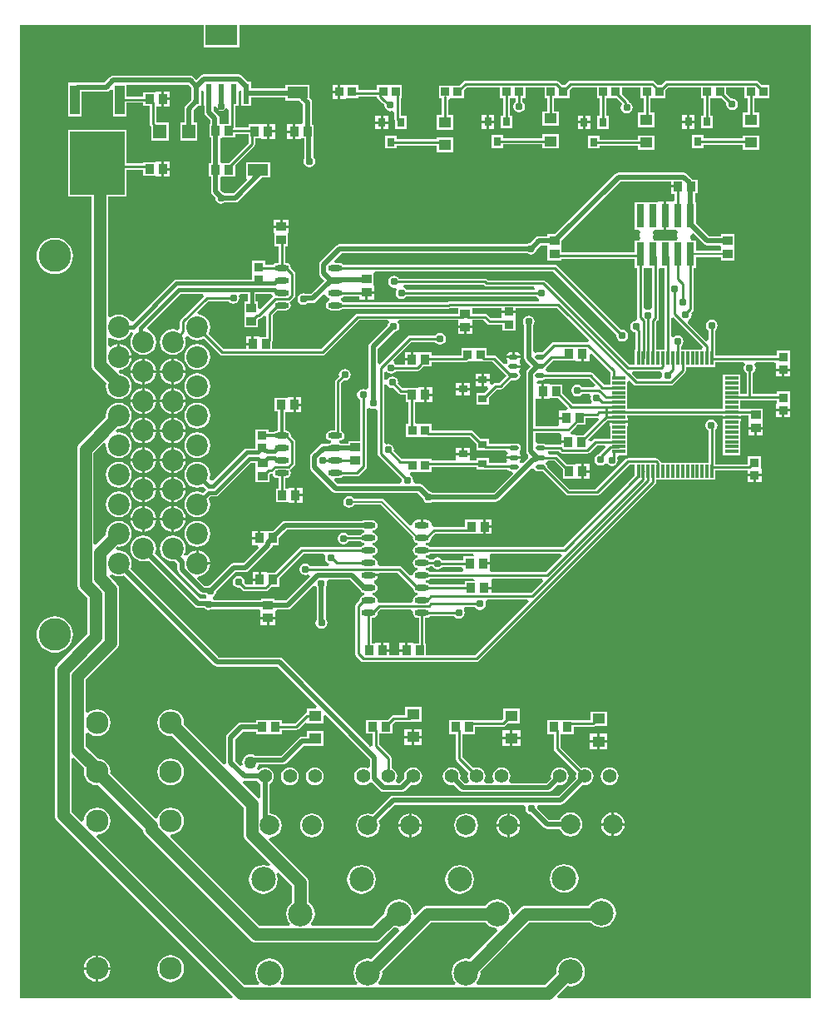
<source format=gtl>
G04*
G04 #@! TF.GenerationSoftware,Altium Limited,Altium Designer,19.1.8 (144)*
G04*
G04 Layer_Physical_Order=1*
G04 Layer_Color=255*
%FSLAX25Y25*%
%MOIN*%
G70*
G01*
G75*
%ADD13C,0.01000*%
%ADD18R,0.02992X0.09449*%
%ADD19R,0.05315X0.01181*%
%ADD20R,0.01181X0.05315*%
%ADD21O,0.05709X0.02362*%
%ADD22O,0.03937X0.01968*%
%ADD23R,0.02362X0.08268*%
%ADD24R,0.12598X0.08268*%
%ADD25R,0.08071X0.04528*%
%ADD26R,0.03740X0.03347*%
%ADD27R,0.03347X0.03740*%
%ADD28R,0.03937X0.11811*%
%ADD29R,0.21850X0.25197*%
%ADD30R,0.03150X0.03543*%
%ADD31R,0.05118X0.04331*%
%ADD32R,0.03543X0.03150*%
%ADD33R,0.05315X0.05709*%
%ADD34R,0.03543X0.03937*%
%ADD35R,0.03937X0.03543*%
%ADD62C,0.02000*%
%ADD63C,0.05000*%
%ADD64C,0.01500*%
%ADD65C,0.01181*%
%ADD66C,0.00800*%
%ADD67C,0.05512*%
%ADD68C,0.08661*%
%ADD69C,0.12992*%
%ADD70C,0.09843*%
%ADD71C,0.07874*%
%ADD72C,0.09055*%
%ADD73C,0.05000*%
%ADD74C,0.03075*%
G36*
X318471Y5529D02*
X217255D01*
X216873Y6453D01*
X221024Y10605D01*
X222288Y10439D01*
X223778Y10635D01*
X225167Y11210D01*
X226359Y12125D01*
X227274Y13318D01*
X227849Y14706D01*
X228046Y16196D01*
X227849Y17687D01*
X227274Y19075D01*
X226359Y20268D01*
X225167Y21183D01*
X223778Y21758D01*
X222288Y21954D01*
X220797Y21758D01*
X219409Y21183D01*
X218216Y20268D01*
X217301Y19075D01*
X216726Y17687D01*
X216530Y16196D01*
X216612Y15571D01*
X211951Y10910D01*
X184914D01*
X184626Y11910D01*
X185404Y12924D01*
X185979Y14312D01*
X186176Y15803D01*
X186097Y16404D01*
X205802Y36109D01*
X230340D01*
X230618Y35747D01*
X231810Y34832D01*
X233199Y34257D01*
X234689Y34061D01*
X236179Y34257D01*
X237568Y34832D01*
X238761Y35747D01*
X239676Y36940D01*
X240251Y38328D01*
X240447Y39819D01*
X240251Y41309D01*
X239676Y42698D01*
X238761Y43890D01*
X237568Y44805D01*
X236179Y45380D01*
X234689Y45577D01*
X233199Y45380D01*
X231810Y44805D01*
X230618Y43890D01*
X229736Y42741D01*
X204428D01*
X203570Y42628D01*
X202770Y42296D01*
X202084Y41769D01*
X199459Y39144D01*
X198548Y39648D01*
X198381Y40915D01*
X197806Y42304D01*
X196891Y43496D01*
X195698Y44411D01*
X194310Y44987D01*
X192819Y45183D01*
X191329Y44987D01*
X189940Y44411D01*
X188748Y43496D01*
X188168Y42740D01*
X165058D01*
X164200Y42627D01*
X163400Y42296D01*
X162714Y41769D01*
X160088Y39144D01*
X159178Y39648D01*
X159011Y40915D01*
X158436Y42304D01*
X157521Y43496D01*
X156328Y44411D01*
X154939Y44987D01*
X153449Y45183D01*
X151959Y44987D01*
X150570Y44411D01*
X149378Y43496D01*
X148463Y42304D01*
X147888Y40915D01*
X147704Y39517D01*
X142718Y34532D01*
X118576D01*
X118288Y35532D01*
X119066Y36546D01*
X119641Y37935D01*
X119837Y39425D01*
X119641Y40915D01*
X119066Y42304D01*
X118151Y43496D01*
X117297Y44151D01*
Y51846D01*
X117184Y52704D01*
X116853Y53504D01*
X116326Y54191D01*
X101395Y69121D01*
X101567Y69713D01*
X101819Y70111D01*
X102911Y70255D01*
X104060Y70731D01*
X105047Y71488D01*
X105804Y72475D01*
X106280Y73625D01*
X106443Y74858D01*
X106280Y76091D01*
X105804Y77241D01*
X105047Y78227D01*
X104060Y78985D01*
X102911Y79461D01*
X101678Y79623D01*
X101649Y79648D01*
Y91475D01*
X102354Y92016D01*
X102922Y92756D01*
X103279Y93618D01*
X103401Y94543D01*
X103279Y95468D01*
X102922Y96330D01*
X102354Y97070D01*
X101614Y97638D01*
X100752Y97995D01*
X99827Y98117D01*
X98902Y97995D01*
X98040Y97638D01*
X97300Y97070D01*
X97177Y96911D01*
X96998Y96940D01*
X96947Y96996D01*
X96621Y98016D01*
X96872Y98342D01*
X97203Y99142D01*
X97207Y99178D01*
X107000D01*
X107000Y99178D01*
X107697Y99316D01*
X108289Y99711D01*
X115290Y106713D01*
X118662D01*
X118662Y106713D01*
X118838Y106748D01*
X123174D01*
Y112653D01*
X116481D01*
Y110357D01*
X114535D01*
X114535Y110357D01*
X113838Y110219D01*
X113246Y109824D01*
X113246Y109824D01*
X106245Y102822D01*
X95722D01*
X95658Y102872D01*
X94858Y103203D01*
X94000Y103316D01*
X93142Y103203D01*
X92342Y102872D01*
X91655Y102345D01*
X91128Y101658D01*
X90797Y100858D01*
X90684Y100000D01*
X90789Y99202D01*
X90722Y99124D01*
X89806Y98771D01*
X87822Y100755D01*
Y109245D01*
X90983Y112406D01*
X96205D01*
Y111472D01*
X101323D01*
Y111472D01*
X101520D01*
Y111472D01*
X106638D01*
Y113112D01*
X112425D01*
X112927Y113212D01*
X113353Y113497D01*
X115900Y116043D01*
X116481Y115803D01*
Y115803D01*
X123174D01*
Y118778D01*
X124098Y119160D01*
X141918Y101340D01*
Y98182D01*
X140984Y97638D01*
X140122Y97995D01*
X139197Y98117D01*
X138272Y97995D01*
X137410Y97638D01*
X136670Y97070D01*
X136102Y96330D01*
X135745Y95468D01*
X135623Y94543D01*
X135745Y93618D01*
X136102Y92756D01*
X136670Y92016D01*
X137410Y91448D01*
X138272Y91091D01*
X139197Y90969D01*
X140122Y91091D01*
X140984Y91448D01*
X141530Y91866D01*
X141829Y92002D01*
X142871Y91867D01*
X146027Y88711D01*
X146027Y88711D01*
X146618Y88316D01*
X147315Y88177D01*
X147315Y88177D01*
X154654D01*
X154654Y88177D01*
X155351Y88316D01*
X155943Y88711D01*
X158317Y91085D01*
X159197Y90969D01*
X160122Y91091D01*
X160984Y91448D01*
X161724Y92016D01*
X162292Y92756D01*
X162649Y93618D01*
X162771Y94543D01*
X162649Y95468D01*
X162292Y96330D01*
X161724Y97070D01*
X160984Y97638D01*
X160122Y97995D01*
X159197Y98117D01*
X158272Y97995D01*
X157410Y97638D01*
X156670Y97070D01*
X156102Y96330D01*
X155745Y95468D01*
X155623Y94543D01*
X155739Y93662D01*
X153899Y91822D01*
X152836D01*
X152292Y92756D01*
X152649Y93618D01*
X152771Y94543D01*
X152649Y95468D01*
X152292Y96330D01*
X151724Y97070D01*
X150984Y97638D01*
X150510Y97834D01*
Y101827D01*
X150410Y102329D01*
X150126Y102755D01*
X145542Y107339D01*
Y110641D01*
X145713Y111570D01*
X146542Y111570D01*
X150831D01*
Y115226D01*
X151973Y116368D01*
X157532D01*
X157658Y116393D01*
X162544D01*
Y122299D01*
X155851D01*
Y118993D01*
X151430D01*
X150927Y118894D01*
X150502Y118609D01*
X148975Y117082D01*
X145713Y117082D01*
X144713Y117082D01*
X140398D01*
Y111570D01*
X142916D01*
Y106910D01*
X142646Y106696D01*
X141966Y106446D01*
X106810Y141602D01*
X106219Y141997D01*
X105522Y142136D01*
X105522Y142136D01*
X81429D01*
X45853Y177712D01*
X46167Y178471D01*
X46343Y179807D01*
X46167Y181143D01*
X45652Y182388D01*
X44831Y183458D01*
X43762Y184278D01*
X42517Y184794D01*
X41181Y184969D01*
X40553Y184887D01*
X40086Y185834D01*
X40763Y186511D01*
X41181Y186456D01*
X42517Y186632D01*
X43762Y187148D01*
X44831Y187968D01*
X45652Y189037D01*
X46167Y190282D01*
X46343Y191618D01*
X46167Y192954D01*
X45652Y194199D01*
X44831Y195268D01*
X43762Y196089D01*
X42517Y196605D01*
X41181Y196781D01*
X39845Y196605D01*
X38600Y196089D01*
X37531Y195268D01*
X36710Y194199D01*
X36195Y192954D01*
X36019Y191618D01*
X36074Y191200D01*
X32091Y187218D01*
X31091Y187632D01*
Y224083D01*
X35154Y228146D01*
X36101Y227679D01*
X36019Y227051D01*
X36195Y225715D01*
X36710Y224470D01*
X37531Y223401D01*
X38600Y222581D01*
X39845Y222065D01*
X41181Y221889D01*
X42517Y222065D01*
X43762Y222581D01*
X44831Y223401D01*
X45652Y224470D01*
X46167Y225715D01*
X46343Y227051D01*
X46167Y228387D01*
X45652Y229632D01*
X44831Y230702D01*
X43762Y231522D01*
X42517Y232038D01*
X41181Y232214D01*
X40553Y232131D01*
X40086Y233078D01*
X40763Y233755D01*
X41181Y233700D01*
X42517Y233876D01*
X43762Y234392D01*
X44831Y235212D01*
X45652Y236281D01*
X46167Y237526D01*
X46343Y238862D01*
X46167Y240198D01*
X45652Y241443D01*
X44831Y242513D01*
X43762Y243333D01*
X42517Y243849D01*
X41181Y244025D01*
X39845Y243849D01*
X38600Y243333D01*
X37531Y242513D01*
X36710Y241443D01*
X36195Y240198D01*
X36019Y238862D01*
X36074Y238444D01*
X25431Y227801D01*
X24904Y227115D01*
X24573Y226315D01*
X24460Y225457D01*
Y171494D01*
X24573Y170635D01*
X24904Y169836D01*
X25431Y169149D01*
X28684Y165896D01*
Y151558D01*
X16533Y139407D01*
X16006Y138721D01*
X15675Y137921D01*
X15562Y137063D01*
Y79110D01*
X15675Y78251D01*
X16006Y77452D01*
X16533Y76765D01*
X86845Y6453D01*
X86463Y5529D01*
X1529D01*
X1529Y395471D01*
X75313D01*
Y386291D01*
X89487D01*
Y395471D01*
X318471Y395471D01*
X318471Y5529D01*
D02*
G37*
G36*
X38656Y175313D02*
X39845Y174821D01*
X41181Y174645D01*
X42517Y174821D01*
X43276Y175135D01*
X79386Y139025D01*
X79977Y138630D01*
X80675Y138491D01*
X80675Y138491D01*
X104767D01*
X120626Y122632D01*
X120243Y121708D01*
X116481D01*
Y120014D01*
X116253Y119968D01*
X115828Y119684D01*
X111881Y115737D01*
X106638D01*
Y116984D01*
X101520D01*
Y116984D01*
X101323D01*
Y116984D01*
X96205D01*
Y116051D01*
X90228D01*
X90228Y116051D01*
X89531Y115912D01*
X88939Y115517D01*
X88939Y115517D01*
X84711Y111289D01*
X84316Y110697D01*
X84178Y110000D01*
X84178Y110000D01*
Y100000D01*
X84178Y100000D01*
X84211Y99829D01*
X83290Y99337D01*
X67291Y115336D01*
X67369Y115929D01*
X67186Y117317D01*
X66651Y118610D01*
X65799Y119720D01*
X64688Y120572D01*
X63396Y121107D01*
X62008Y121290D01*
X60620Y121107D01*
X59328Y120572D01*
X58217Y119720D01*
X57365Y118610D01*
X56830Y117317D01*
X56647Y115929D01*
X56830Y114542D01*
X57365Y113249D01*
X58217Y112139D01*
X59328Y111287D01*
X60620Y110751D01*
X62008Y110568D01*
X62602Y110647D01*
X91137Y82111D01*
Y71374D01*
X91250Y70516D01*
X91581Y69716D01*
X92109Y69029D01*
X101771Y59367D01*
X101204Y58519D01*
X100609Y58766D01*
X99119Y58962D01*
X97628Y58766D01*
X96240Y58191D01*
X95047Y57276D01*
X94132Y56083D01*
X93557Y54695D01*
X93361Y53204D01*
X93557Y51714D01*
X94132Y50325D01*
X95047Y49133D01*
X96240Y48218D01*
X97628Y47643D01*
X99119Y47447D01*
X100609Y47643D01*
X101997Y48218D01*
X103190Y49133D01*
X104105Y50325D01*
X104680Y51714D01*
X104876Y53204D01*
X104680Y54695D01*
X104434Y55290D01*
X105281Y55857D01*
X110665Y50473D01*
Y44001D01*
X110008Y43496D01*
X109093Y42304D01*
X108517Y40915D01*
X108321Y39425D01*
X108517Y37935D01*
X109093Y36546D01*
X109871Y35532D01*
X109583Y34532D01*
X97672D01*
X61946Y70259D01*
X62372Y71246D01*
X63396Y71381D01*
X64688Y71917D01*
X65799Y72769D01*
X66651Y73879D01*
X67186Y75172D01*
X67369Y76559D01*
X67186Y77947D01*
X66651Y79240D01*
X65799Y80350D01*
X64688Y81202D01*
X63396Y81737D01*
X62008Y81920D01*
X60620Y81737D01*
X59328Y81202D01*
X58217Y80350D01*
X57365Y79240D01*
X56830Y77947D01*
X55780Y77634D01*
X37763Y95651D01*
X37841Y96244D01*
X37659Y97632D01*
X37123Y98925D01*
X36271Y100035D01*
X35161Y100887D01*
X33868Y101422D01*
X32971Y101541D01*
X27981Y106530D01*
Y111518D01*
X28981Y111915D01*
X29800Y111287D01*
X31093Y110751D01*
X32480Y110568D01*
X33868Y110751D01*
X35161Y111287D01*
X36271Y112139D01*
X37123Y113249D01*
X37659Y114542D01*
X37841Y115929D01*
X37659Y117317D01*
X37123Y118610D01*
X36271Y119720D01*
X35161Y120572D01*
X33868Y121107D01*
X32480Y121290D01*
X31093Y121107D01*
X29800Y120572D01*
X28981Y119944D01*
X27981Y120341D01*
Y133292D01*
X40345Y145655D01*
X40872Y146342D01*
X41203Y147142D01*
X41316Y148000D01*
Y169454D01*
X41203Y170312D01*
X40872Y171112D01*
X40345Y171799D01*
X37515Y174628D01*
X37560Y174874D01*
X38581Y175328D01*
X38656Y175313D01*
D02*
G37*
G36*
X91457Y92721D02*
X96759D01*
X97300Y92016D01*
X98005Y91475D01*
Y85899D01*
X97005Y85559D01*
X96798Y85829D01*
X90793Y91833D01*
X91286Y92755D01*
X91457Y92721D01*
D02*
G37*
G36*
X188748Y35353D02*
X189940Y34438D01*
X191329Y33863D01*
X192596Y33696D01*
X193100Y32786D01*
X181705Y21391D01*
X180418Y21561D01*
X178928Y21364D01*
X177539Y20789D01*
X176346Y19874D01*
X175431Y18682D01*
X174856Y17293D01*
X174660Y15803D01*
X174856Y14312D01*
X175431Y12924D01*
X176209Y11910D01*
X175922Y10910D01*
X145544D01*
X145256Y11910D01*
X146034Y12924D01*
X146609Y14312D01*
X146806Y15803D01*
X146726Y16404D01*
X166431Y36109D01*
X188168D01*
X188748Y35353D01*
D02*
G37*
G36*
X27360Y97772D02*
X27302Y97632D01*
X27120Y96244D01*
X27302Y94857D01*
X27838Y93564D01*
X28690Y92454D01*
X29800Y91602D01*
X31093Y91066D01*
X32480Y90883D01*
X33074Y90962D01*
X50902Y73133D01*
X50990Y72464D01*
X51322Y71664D01*
X51849Y70978D01*
X93954Y28872D01*
X94641Y28345D01*
X95441Y28013D01*
X96299Y27900D01*
X144091D01*
X144950Y28013D01*
X145749Y28345D01*
X146436Y28872D01*
X151583Y34019D01*
X151959Y33863D01*
X153226Y33696D01*
X153730Y32786D01*
X142335Y21391D01*
X141048Y21561D01*
X139557Y21364D01*
X138169Y20789D01*
X136976Y19874D01*
X136061Y18682D01*
X135486Y17293D01*
X135290Y15803D01*
X135486Y14312D01*
X136061Y12924D01*
X136839Y11910D01*
X136551Y10910D01*
X106174D01*
X105886Y11910D01*
X106664Y12924D01*
X107239Y14312D01*
X107436Y15803D01*
X107239Y17293D01*
X106664Y18682D01*
X105749Y19874D01*
X104557Y20789D01*
X103168Y21364D01*
X101678Y21561D01*
X100187Y21364D01*
X98799Y20789D01*
X97606Y19874D01*
X96691Y18682D01*
X96116Y17293D01*
X95920Y15803D01*
X96116Y14312D01*
X96691Y12924D01*
X97469Y11910D01*
X97181Y10910D01*
X91767D01*
X32418Y70259D01*
X32845Y71246D01*
X33868Y71381D01*
X35161Y71917D01*
X36271Y72769D01*
X37123Y73879D01*
X37659Y75172D01*
X37841Y76559D01*
X37659Y77947D01*
X37123Y79240D01*
X36271Y80350D01*
X35161Y81202D01*
X33868Y81737D01*
X32480Y81920D01*
X31093Y81737D01*
X29800Y81202D01*
X28690Y80350D01*
X27838Y79240D01*
X27302Y77947D01*
X27168Y76924D01*
X26180Y76497D01*
X22194Y80483D01*
Y101525D01*
X23194Y101939D01*
X27360Y97772D01*
D02*
G37*
%LPC*%
G36*
X89432Y375531D02*
X89432Y375531D01*
X75368D01*
X74671Y375392D01*
X74080Y374997D01*
X74080Y374997D01*
X72400Y373317D01*
X71242Y374475D01*
X70651Y374870D01*
X69954Y375009D01*
X69954Y375009D01*
X38907D01*
X38907Y375009D01*
X38210Y374870D01*
X37618Y374475D01*
X37618Y374475D01*
X35365Y372222D01*
X24553D01*
X24553Y372222D01*
X24377Y372187D01*
X20828D01*
Y358801D01*
X26340D01*
Y368577D01*
X36119D01*
X36119Y368577D01*
X36817Y368716D01*
X37408Y369111D01*
X37936Y369638D01*
X38860Y369256D01*
Y358801D01*
X44372D01*
Y364181D01*
X50984D01*
Y362944D01*
X53502D01*
Y355790D01*
X53601Y355288D01*
X53886Y354862D01*
X54248Y354500D01*
Y349073D01*
X61138D01*
Y356356D01*
X56127D01*
Y362731D01*
X58357D01*
Y365700D01*
Y368668D01*
X56086D01*
Y368456D01*
X50984D01*
Y366806D01*
X44372D01*
Y371364D01*
X69199D01*
X70432Y370131D01*
Y365443D01*
X68018Y363030D01*
X67623Y362439D01*
X67484Y361741D01*
X67484Y361741D01*
Y356356D01*
X65862D01*
Y349073D01*
X72752D01*
Y356356D01*
X71129D01*
Y360987D01*
X73009Y362866D01*
X74369D01*
Y369246D01*
X74432Y369288D01*
X75432Y368753D01*
Y362866D01*
X75578D01*
Y360326D01*
X75578Y360326D01*
X75716Y359628D01*
X76111Y359037D01*
X77935Y357214D01*
Y355756D01*
X77461D01*
Y350244D01*
X78180D01*
Y340158D01*
X77426D01*
Y334646D01*
X78163D01*
Y328615D01*
X78163Y328615D01*
X78301Y327918D01*
X78696Y327326D01*
X79800Y326223D01*
X79786Y326153D01*
X79967Y325246D01*
X80481Y324477D01*
X81250Y323963D01*
X82157Y323782D01*
X83064Y323963D01*
X83614Y324330D01*
X87865D01*
X87865Y324330D01*
X88563Y324469D01*
X89154Y324864D01*
X98502Y334212D01*
X101876D01*
Y340315D01*
X92231D01*
Y334212D01*
X92231D01*
X92558Y333422D01*
X87110Y327975D01*
X83614D01*
X83064Y328343D01*
X82778Y328399D01*
X81807Y329370D01*
Y334485D01*
X82741Y334646D01*
X82741Y334646D01*
X82741Y334646D01*
X87859D01*
Y339103D01*
X95424Y346668D01*
X95708Y347093D01*
X95808Y347596D01*
Y350000D01*
X98311D01*
Y349788D01*
X100582D01*
Y352756D01*
Y355725D01*
X98311D01*
Y355512D01*
X93208D01*
Y354313D01*
X87919D01*
Y362866D01*
X89368D01*
Y368753D01*
X90368Y369288D01*
X90431Y369246D01*
Y362866D01*
X94368D01*
Y366260D01*
X107979D01*
Y365158D01*
X113540D01*
X113747Y364848D01*
X115008Y363586D01*
Y356242D01*
X114287Y355569D01*
X112016D01*
Y352600D01*
Y349632D01*
X114287D01*
Y349844D01*
X115572D01*
Y341949D01*
X115410Y341707D01*
X115230Y340800D01*
X115410Y339893D01*
X115924Y339124D01*
X116693Y338610D01*
X117600Y338430D01*
X118507Y338610D01*
X119276Y339124D01*
X119790Y339893D01*
X119970Y340800D01*
X119790Y341707D01*
X119276Y342476D01*
X119217Y342516D01*
Y349844D01*
X119390D01*
Y351666D01*
X119422Y351831D01*
X119390Y351995D01*
Y355356D01*
X118653D01*
Y364341D01*
X118653Y364341D01*
X118515Y365038D01*
X118120Y365629D01*
X117625Y366124D01*
Y371260D01*
X107979D01*
Y369905D01*
X94368D01*
Y372709D01*
X93009D01*
X90720Y374997D01*
X90129Y375392D01*
X89432Y375531D01*
D02*
G37*
G36*
X296695Y373066D02*
X260933D01*
X260431Y372966D01*
X260005Y372682D01*
X258577Y371254D01*
X257417D01*
X255989Y372682D01*
X255563Y372966D01*
X255061Y373066D01*
X222350D01*
X221848Y372966D01*
X221422Y372682D01*
X219994Y371254D01*
X218834D01*
X217406Y372682D01*
X216981Y372966D01*
X216478Y373066D01*
X180120D01*
X179617Y372966D01*
X179192Y372682D01*
X177671Y371161D01*
X174606Y371161D01*
X173606Y371161D01*
X169488D01*
Y365846D01*
X170624D01*
Y359386D01*
X168590D01*
Y353480D01*
X175283D01*
Y359386D01*
X173249D01*
Y365139D01*
X173956Y365846D01*
X174409D01*
X175409Y365846D01*
X179527D01*
Y369305D01*
X180663Y370441D01*
X194095D01*
Y365939D01*
X195243D01*
Y359154D01*
X194291D01*
Y354035D01*
X199016D01*
Y359154D01*
X197868D01*
Y365939D01*
X199016D01*
Y365939D01*
X199213D01*
Y365939D01*
X200361D01*
Y364616D01*
X199997Y364373D01*
X199483Y363604D01*
X199303Y362697D01*
X199483Y361790D01*
X199997Y361021D01*
X200766Y360507D01*
X201673Y360327D01*
X202580Y360507D01*
X203349Y361021D01*
X203863Y361790D01*
X204044Y362697D01*
X203863Y363604D01*
X203349Y364373D01*
X202986Y364616D01*
Y365939D01*
X204134D01*
Y370441D01*
X211811D01*
Y365939D01*
X212861D01*
Y360827D01*
X210827D01*
Y354921D01*
X217520D01*
Y360827D01*
X215486D01*
Y365939D01*
X216732D01*
X216732Y365939D01*
X216929D01*
Y365939D01*
X217732Y365939D01*
X221850D01*
Y369397D01*
X222894Y370441D01*
X232776D01*
Y365939D01*
X233924D01*
Y358902D01*
X232874D01*
Y353784D01*
X237598D01*
Y358902D01*
X236549D01*
Y365939D01*
X237697D01*
Y365939D01*
X237894D01*
Y365939D01*
X240959D01*
X243071Y363826D01*
X242594Y363112D01*
X242413Y362205D01*
X242594Y361298D01*
X243107Y360529D01*
X243876Y360015D01*
X244783Y359834D01*
X245690Y360015D01*
X246460Y360529D01*
X246973Y361298D01*
X247154Y362205D01*
X246973Y363112D01*
X246460Y363881D01*
X245694Y364392D01*
X245599Y364869D01*
X245315Y365295D01*
X242815Y367795D01*
Y370441D01*
X250394D01*
Y365939D01*
X251542D01*
Y360186D01*
X249410D01*
Y354280D01*
X256102D01*
Y360186D01*
X254167D01*
Y365939D01*
X255315D01*
X255315Y365939D01*
X255512D01*
Y365939D01*
X256315Y365939D01*
X260433D01*
Y369397D01*
X261477Y370441D01*
X274606D01*
Y365939D01*
X275754D01*
Y359154D01*
X274606D01*
Y354036D01*
X279331D01*
Y359154D01*
X278380D01*
Y365939D01*
X279527D01*
Y365939D01*
X279724D01*
Y365939D01*
X282789D01*
X284728Y364000D01*
X284642Y363572D01*
X284823Y362665D01*
X285336Y361896D01*
X286105Y361382D01*
X287013Y361201D01*
X287920Y361382D01*
X288689Y361896D01*
X289202Y362665D01*
X289383Y363572D01*
X289202Y364479D01*
X288689Y365248D01*
X287920Y365762D01*
X287013Y365942D01*
X286584Y365857D01*
X284646Y367795D01*
Y370441D01*
X292028D01*
Y365939D01*
X293176D01*
Y360186D01*
X291142D01*
Y354280D01*
X297834D01*
Y360186D01*
X295801D01*
Y365939D01*
X296949D01*
X296949Y365939D01*
X297146D01*
Y365939D01*
X297949Y365939D01*
X302067D01*
Y371254D01*
X299051D01*
X297623Y372682D01*
X297197Y372966D01*
X296695Y373066D01*
D02*
G37*
G36*
X129028Y371466D02*
X126854D01*
Y369096D01*
X129028D01*
Y371466D01*
D02*
G37*
G36*
X61629Y368668D02*
X59357D01*
Y366200D01*
X61629D01*
Y368668D01*
D02*
G37*
G36*
X129028Y368096D02*
X126854D01*
Y365726D01*
X129028D01*
Y368096D01*
D02*
G37*
G36*
X61629Y365200D02*
X59357D01*
Y362731D01*
X61629D01*
Y365200D01*
D02*
G37*
G36*
X272063Y359366D02*
X269988D01*
Y357095D01*
X272063D01*
Y359366D01*
D02*
G37*
G36*
X268988D02*
X266913D01*
Y357095D01*
X268988D01*
Y359366D01*
D02*
G37*
G36*
X191748Y359366D02*
X189673D01*
Y357095D01*
X191748D01*
Y359366D01*
D02*
G37*
G36*
X188673D02*
X186598D01*
Y357095D01*
X188673D01*
Y359366D01*
D02*
G37*
G36*
X230331Y359115D02*
X228256D01*
Y356843D01*
X230331D01*
Y359115D01*
D02*
G37*
G36*
X227256D02*
X225181D01*
Y356843D01*
X227256D01*
Y359115D01*
D02*
G37*
G36*
X149228Y359071D02*
X147153D01*
Y356799D01*
X149228D01*
Y359071D01*
D02*
G37*
G36*
X146153D02*
X144079D01*
Y356799D01*
X146153D01*
Y359071D01*
D02*
G37*
G36*
X272063Y356095D02*
X269988D01*
Y353823D01*
X272063D01*
Y356095D01*
D02*
G37*
G36*
X268988D02*
X266913D01*
Y353823D01*
X268988D01*
Y356095D01*
D02*
G37*
G36*
X191748Y356095D02*
X189673D01*
Y353823D01*
X191748D01*
Y356095D01*
D02*
G37*
G36*
X188673D02*
X186598D01*
Y353823D01*
X188673D01*
Y356095D01*
D02*
G37*
G36*
X132201Y371466D02*
X130028D01*
Y368596D01*
Y365726D01*
X132201D01*
Y365939D01*
X137106D01*
Y366793D01*
X144652D01*
Y366691D01*
X144685Y366525D01*
Y365945D01*
X144915D01*
X145036Y365763D01*
X146589Y364211D01*
X147015Y363926D01*
X147132Y363903D01*
X147748Y363287D01*
X147728Y363189D01*
X147908Y362282D01*
X148422Y361513D01*
X149191Y360999D01*
X150098Y360819D01*
X150746Y360947D01*
X151746Y360383D01*
Y357374D01*
X151772Y357247D01*
Y353740D01*
X156496D01*
Y358858D01*
X154372D01*
Y365945D01*
X154724D01*
Y371260D01*
X149803D01*
Y371260D01*
X149606D01*
Y371260D01*
X144685D01*
Y369418D01*
X137106D01*
Y371254D01*
X132201D01*
Y371466D01*
D02*
G37*
G36*
X230331Y355843D02*
X228256D01*
Y353572D01*
X230331D01*
Y355843D01*
D02*
G37*
G36*
X227256D02*
X225181D01*
Y353572D01*
X227256D01*
Y355843D01*
D02*
G37*
G36*
X149228Y355799D02*
X147153D01*
Y353528D01*
X149228D01*
Y355799D01*
D02*
G37*
G36*
X146153D02*
X144079D01*
Y353528D01*
X146153D01*
Y355799D01*
D02*
G37*
G36*
X103854Y355725D02*
X101582D01*
Y353256D01*
X103854D01*
Y355725D01*
D02*
G37*
G36*
X111016Y355569D02*
X108744D01*
Y353100D01*
X111016D01*
Y355569D01*
D02*
G37*
G36*
X217520Y351772D02*
X210827D01*
Y350132D01*
X195276D01*
Y351279D01*
X190551D01*
Y346161D01*
X195276D01*
Y347506D01*
X210827D01*
Y345866D01*
X217520D01*
Y351772D01*
D02*
G37*
G36*
X103854Y352256D02*
X101582D01*
Y349788D01*
X103854D01*
Y352256D01*
D02*
G37*
G36*
X111016Y352100D02*
X108744D01*
Y349632D01*
X111016D01*
Y352100D01*
D02*
G37*
G36*
X256102Y351131D02*
X249410D01*
Y349491D01*
X233858D01*
Y351028D01*
X229134D01*
Y345910D01*
X233858D01*
Y346865D01*
X249410D01*
Y345225D01*
X256102D01*
Y351131D01*
D02*
G37*
G36*
X275590Y351280D02*
X270866D01*
Y346162D01*
X275590D01*
Y347408D01*
X291142D01*
Y345225D01*
X297834D01*
Y351131D01*
X291142D01*
Y350033D01*
X275590D01*
Y351280D01*
D02*
G37*
G36*
X152756Y350984D02*
X148031D01*
Y345866D01*
X152756D01*
Y347156D01*
X168590D01*
Y344425D01*
X175283D01*
Y350331D01*
X168590D01*
Y349781D01*
X152756D01*
Y350984D01*
D02*
G37*
G36*
X61629Y340620D02*
X59357D01*
Y338151D01*
X61629D01*
Y340620D01*
D02*
G37*
G36*
Y337151D02*
X59357D01*
Y334683D01*
X61629D01*
Y337151D01*
D02*
G37*
G36*
X44313Y353486D02*
X20887D01*
Y326714D01*
X30247D01*
Y259282D01*
X30360Y258424D01*
X30691Y257624D01*
X31218Y256938D01*
X36189Y251967D01*
X36019Y250673D01*
X36195Y249337D01*
X36710Y248092D01*
X37531Y247023D01*
X38600Y246203D01*
X39845Y245687D01*
X41181Y245511D01*
X42517Y245687D01*
X43762Y246203D01*
X44831Y247023D01*
X45652Y248092D01*
X46167Y249337D01*
X46343Y250673D01*
X46167Y252010D01*
X45652Y253255D01*
X44831Y254324D01*
X43762Y255144D01*
X42517Y255660D01*
X41878Y255744D01*
X41351Y256469D01*
X41729Y257382D01*
X42520Y257486D01*
X43769Y258003D01*
X44840Y258825D01*
X45663Y259897D01*
X46180Y261145D01*
X46290Y261984D01*
X41181D01*
Y262484D01*
X40681D01*
Y267594D01*
X39842Y267483D01*
X38594Y266966D01*
X37879Y266418D01*
X36879Y266877D01*
Y269927D01*
X37879Y270378D01*
X38600Y269825D01*
X39845Y269309D01*
X41181Y269133D01*
X42517Y269309D01*
X43762Y269825D01*
X44831Y270645D01*
X45652Y271714D01*
X45958Y272454D01*
X46468Y272503D01*
X46997Y271549D01*
X46553Y270971D01*
X46037Y269726D01*
X45861Y268390D01*
X46037Y267054D01*
X46553Y265809D01*
X47373Y264740D01*
X48443Y263919D01*
X49687Y263404D01*
X51024Y263228D01*
X52360Y263404D01*
X53605Y263919D01*
X54674Y264740D01*
X55494Y265809D01*
X56010Y267054D01*
X56186Y268390D01*
X56010Y269726D01*
X55494Y270971D01*
X54674Y272040D01*
X53605Y272861D01*
X52811Y273189D01*
X52508Y274300D01*
X65990Y287783D01*
X74984D01*
X75363Y286783D01*
X66131Y277551D01*
X65846Y277125D01*
X65746Y276622D01*
Y273806D01*
X64757Y273134D01*
X64171Y273376D01*
X62835Y273552D01*
X61498Y273376D01*
X60254Y272861D01*
X59184Y272040D01*
X58364Y270971D01*
X57848Y269726D01*
X57672Y268390D01*
X57848Y267054D01*
X58364Y265809D01*
X59184Y264740D01*
X60254Y263919D01*
X61498Y263404D01*
X62835Y263228D01*
X64171Y263404D01*
X65416Y263919D01*
X66485Y264740D01*
X67305Y265809D01*
X67821Y267054D01*
X67997Y268390D01*
X67821Y269726D01*
X67668Y270096D01*
X67922Y270457D01*
X68720Y270593D01*
X69177Y270530D01*
X70096Y269825D01*
X71341Y269309D01*
X72677Y269133D01*
X74013Y269309D01*
X75258Y269825D01*
X75277Y269839D01*
X81682Y263434D01*
X82108Y263149D01*
X82610Y263050D01*
X122867D01*
X123370Y263149D01*
X123795Y263434D01*
X137535Y277173D01*
X149022D01*
X149216Y276909D01*
X149465Y276173D01*
X149090Y275612D01*
X148961Y274963D01*
X141822Y267824D01*
X141427Y267233D01*
X141288Y266535D01*
X141288Y266535D01*
Y249849D01*
X140288Y249314D01*
X140024Y249490D01*
X139117Y249671D01*
X138210Y249490D01*
X137441Y248976D01*
X136927Y248207D01*
X136747Y247300D01*
X136927Y246393D01*
X137441Y245624D01*
X138043Y245222D01*
Y228817D01*
X133344D01*
Y227792D01*
X130181D01*
X129602Y227907D01*
Y228893D01*
X130370Y229046D01*
X131021Y229481D01*
X131456Y230132D01*
X131609Y230900D01*
X131456Y231668D01*
X131021Y232319D01*
X130414Y232724D01*
Y251983D01*
X131363Y252931D01*
X131791Y252846D01*
X132698Y253027D01*
X133467Y253540D01*
X133981Y254310D01*
X134162Y255217D01*
X133981Y256124D01*
X133467Y256893D01*
X132698Y257406D01*
X131791Y257587D01*
X130884Y257406D01*
X130115Y256893D01*
X129601Y256124D01*
X129421Y255217D01*
X129506Y254788D01*
X128174Y253455D01*
X127889Y253029D01*
X127789Y252527D01*
Y232907D01*
X126255D01*
X125487Y232754D01*
X124836Y232319D01*
X124401Y231668D01*
X124248Y230900D01*
X124401Y230132D01*
X124836Y229481D01*
X125487Y229046D01*
X126255Y228893D01*
Y227907D01*
X125487Y227754D01*
X125336Y227653D01*
X123129D01*
X123129Y227653D01*
X122431Y227515D01*
X121840Y227119D01*
X121840Y227119D01*
X118387Y223666D01*
X117991Y223075D01*
X117853Y222377D01*
X117853Y222377D01*
Y218282D01*
X117853Y218282D01*
X117991Y217585D01*
X118387Y216993D01*
X126903Y208477D01*
X127494Y208082D01*
X128191Y207943D01*
X128192Y207943D01*
X161060D01*
X162999Y206005D01*
X163128Y205356D01*
X163642Y204587D01*
X164411Y204073D01*
X165318Y203893D01*
X166225Y204073D01*
X166775Y204440D01*
X192272D01*
X192272Y204440D01*
X192969Y204579D01*
X193560Y204974D01*
X206452Y217866D01*
X207009Y217792D01*
X207591Y217590D01*
X207891Y217141D01*
X208477Y216749D01*
X209169Y216612D01*
X211087D01*
X220451Y207247D01*
X220877Y206962D01*
X221380Y206863D01*
X232854D01*
X233356Y206962D01*
X233782Y207247D01*
X245829Y219294D01*
X248090D01*
Y215073D01*
X219329Y186313D01*
X165921D01*
X165849Y186419D01*
X165198Y186854D01*
X164430Y187007D01*
Y187993D01*
X165198Y188146D01*
X165849Y188581D01*
X166284Y189232D01*
X166437Y190000D01*
X166412Y190126D01*
X167993Y191707D01*
X181307D01*
X181434Y191732D01*
X185122D01*
Y191520D01*
X187393D01*
Y194488D01*
Y197457D01*
X185122D01*
Y197244D01*
X180020D01*
Y194332D01*
X167541D01*
X167385Y194386D01*
X166854Y194833D01*
X166628Y195130D01*
X166485Y195851D01*
X166003Y196573D01*
X165281Y197055D01*
X164430Y197224D01*
X163257D01*
Y195000D01*
X162257D01*
Y197224D01*
X161084D01*
X160233Y197055D01*
X159511Y196573D01*
X159029Y195851D01*
X158918Y195292D01*
X158107Y194920D01*
X157897Y194898D01*
X147540Y205256D01*
X147147Y205519D01*
X146684Y205611D01*
X146684Y205611D01*
X135487D01*
X135176Y206076D01*
X134407Y206590D01*
X133500Y206770D01*
X132593Y206590D01*
X131824Y206076D01*
X131310Y205307D01*
X131130Y204400D01*
X131310Y203493D01*
X131824Y202724D01*
X132593Y202210D01*
X133500Y202030D01*
X134407Y202210D01*
X135176Y202724D01*
X135487Y203189D01*
X146182D01*
X159125Y190246D01*
X159077Y190000D01*
X159229Y189232D01*
X159664Y188581D01*
X160316Y188146D01*
X161084Y187993D01*
Y187007D01*
X160316Y186854D01*
X159664Y186419D01*
X159229Y185768D01*
X159077Y185000D01*
X159229Y184232D01*
X159664Y183581D01*
X160316Y183146D01*
X161084Y182993D01*
Y182007D01*
X160316Y181854D01*
X159664Y181419D01*
X159229Y180768D01*
X159077Y180000D01*
X159229Y179232D01*
X159664Y178581D01*
X160316Y178146D01*
X161084Y177993D01*
Y177007D01*
X160316Y176854D01*
X159664Y176419D01*
X159229Y175768D01*
X159123Y175232D01*
X158461Y174898D01*
X158102Y174838D01*
X154543Y178397D01*
X154117Y178681D01*
X153615Y178781D01*
X145638D01*
X144937Y179781D01*
X144981Y180000D01*
X144828Y180768D01*
X144393Y181419D01*
X143742Y181854D01*
X142973Y182007D01*
Y182993D01*
X143742Y183146D01*
X144393Y183581D01*
X144828Y184232D01*
X144981Y185000D01*
X144828Y185768D01*
X144393Y186419D01*
X143742Y186854D01*
X142973Y187007D01*
Y187993D01*
X143742Y188146D01*
X144393Y188581D01*
X144828Y189232D01*
X144981Y190000D01*
X144828Y190768D01*
X144393Y191419D01*
X143742Y191854D01*
X142973Y192007D01*
Y192993D01*
X143742Y193146D01*
X144393Y193581D01*
X144828Y194232D01*
X144981Y195000D01*
X144828Y195768D01*
X144393Y196419D01*
X143742Y196854D01*
X142973Y197007D01*
X139627D01*
X138859Y196854D01*
X138811Y196822D01*
X107795D01*
X107098Y196684D01*
X106507Y196289D01*
X106506Y196289D01*
X102836Y192618D01*
X100311D01*
Y192831D01*
X98039D01*
Y189862D01*
X97539D01*
Y189362D01*
X94768D01*
Y186894D01*
X96955D01*
X97338Y185970D01*
X91266Y179898D01*
X87376D01*
X86679Y179759D01*
X86088Y179364D01*
X86088Y179364D01*
X77835Y171111D01*
X77186Y170982D01*
X76944Y170820D01*
X75589D01*
X72754Y173655D01*
X73131Y174692D01*
X74016Y174809D01*
X75265Y175326D01*
X76336Y176148D01*
X77159Y177220D01*
X77676Y178468D01*
X77786Y179307D01*
X72677D01*
Y179807D01*
X72177D01*
Y184916D01*
X71338Y184806D01*
X70090Y184289D01*
X69018Y183466D01*
X68642Y182976D01*
X67483Y182956D01*
X67378Y183057D01*
X67326Y183181D01*
X67821Y184377D01*
X67997Y185713D01*
X67821Y187049D01*
X67305Y188294D01*
X66485Y189363D01*
X65416Y190183D01*
X64171Y190699D01*
X62835Y190875D01*
X61498Y190699D01*
X60254Y190183D01*
X59184Y189363D01*
X58364Y188294D01*
X57848Y187049D01*
X57672Y185713D01*
X57848Y184377D01*
X58364Y183132D01*
X59184Y182062D01*
X60254Y181242D01*
X61498Y180726D01*
X62835Y180551D01*
X63526Y180641D01*
X64737Y179431D01*
Y177273D01*
X64737Y177273D01*
X64875Y176576D01*
X65270Y175984D01*
X73545Y167709D01*
X73545Y167709D01*
X74137Y167314D01*
X74834Y167176D01*
X74834Y167176D01*
X76003D01*
X76427Y166727D01*
X76300Y165938D01*
X76165Y165612D01*
X76016Y165512D01*
X73801D01*
X55696Y183618D01*
X56010Y184377D01*
X56186Y185713D01*
X56010Y187049D01*
X55494Y188294D01*
X54674Y189363D01*
X53605Y190183D01*
X52360Y190699D01*
X51024Y190875D01*
X49687Y190699D01*
X48443Y190183D01*
X47373Y189363D01*
X46553Y188294D01*
X46037Y187049D01*
X45861Y185713D01*
X46037Y184377D01*
X46553Y183132D01*
X47373Y182062D01*
X48443Y181242D01*
X49687Y180726D01*
X51024Y180551D01*
X52360Y180726D01*
X53118Y181041D01*
X71758Y162401D01*
X71758Y162401D01*
X72349Y162006D01*
X73046Y161867D01*
X75450D01*
X75489Y161808D01*
X76258Y161294D01*
X77165Y161114D01*
X78072Y161294D01*
X78378Y161498D01*
X97752D01*
X98031Y160614D01*
X98031D01*
Y158343D01*
X101000D01*
X103968D01*
Y160614D01*
X104643Y161335D01*
X109046D01*
X109046Y161335D01*
X109743Y161474D01*
X110335Y161869D01*
X119227Y170761D01*
X120382Y170502D01*
X120569Y170221D01*
Y157289D01*
X120251Y156813D01*
X120071Y155905D01*
X120251Y154998D01*
X120765Y154229D01*
X121534Y153716D01*
X122441Y153535D01*
X123348Y153716D01*
X124117Y154229D01*
X124631Y154998D01*
X124811Y155905D01*
X124631Y156813D01*
X124214Y157436D01*
Y170369D01*
X124532Y170845D01*
X124713Y171752D01*
X124613Y172254D01*
X125246Y173254D01*
X133795D01*
X137762Y169288D01*
X137773Y169232D01*
X138208Y168581D01*
X138859Y168146D01*
X139627Y167993D01*
Y167007D01*
X138859Y166854D01*
X138208Y166419D01*
X137773Y165768D01*
X137620Y165000D01*
X137645Y164874D01*
X136230Y163460D01*
X135946Y163034D01*
X135846Y162531D01*
Y143706D01*
X135946Y143203D01*
X136230Y142777D01*
X138310Y140698D01*
X138735Y140413D01*
X139238Y140313D01*
X184556D01*
X185059Y140413D01*
X185484Y140698D01*
X256302Y211515D01*
X256586Y211941D01*
X256686Y212443D01*
Y213217D01*
X280374D01*
Y216860D01*
X293130D01*
Y215500D01*
X296000D01*
X298870D01*
Y217673D01*
X298657D01*
Y222579D01*
X293342D01*
Y219514D01*
X293314Y219485D01*
X280374D01*
Y220107D01*
X280218D01*
Y233231D01*
X280416Y233363D01*
X280930Y234132D01*
X281111Y235039D01*
X280930Y235946D01*
X280416Y236716D01*
X279647Y237229D01*
X278740Y237410D01*
X277833Y237229D01*
X277064Y236716D01*
X276550Y235946D01*
X276370Y235039D01*
X276550Y234132D01*
X277064Y233363D01*
X277592Y233010D01*
Y220107D01*
X258514D01*
X258464Y220355D01*
X258180Y220781D01*
X257426Y221535D01*
X257000Y221820D01*
X256498Y221920D01*
X245286D01*
X244783Y221820D01*
X244357Y221535D01*
X232310Y209488D01*
X221923D01*
X212931Y218480D01*
X212806Y219109D01*
X212422Y219684D01*
X212414Y219696D01*
X212406Y219882D01*
X213309Y220846D01*
X215782D01*
X219193Y217435D01*
Y213779D01*
X224295D01*
Y213567D01*
X226567D01*
Y216535D01*
Y219504D01*
X224295D01*
Y219291D01*
X221049D01*
X217254Y223086D01*
X216828Y223371D01*
X216326Y223471D01*
X213589D01*
X213172Y224471D01*
X213286Y224586D01*
X217702D01*
X218125Y224162D01*
X218551Y223878D01*
X219053Y223778D01*
X228978D01*
X229480Y223878D01*
X229906Y224162D01*
X232904Y227161D01*
X235987D01*
X236370Y226237D01*
X233721Y223588D01*
X233672Y223515D01*
X233345Y223450D01*
X232576Y222936D01*
X232062Y222167D01*
X231882Y221260D01*
X232062Y220353D01*
X232576Y219584D01*
X233345Y219070D01*
X234252Y218889D01*
X235159Y219070D01*
X235928Y219584D01*
X235931Y219588D01*
X237133D01*
X237202Y219485D01*
X237971Y218971D01*
X238878Y218791D01*
X239785Y218971D01*
X240554Y219485D01*
X241068Y220254D01*
X241248Y221161D01*
X241068Y222069D01*
X241008Y222158D01*
X241495Y223158D01*
X245039D01*
Y227095D01*
Y231032D01*
Y234757D01*
X245251D01*
Y235847D01*
X241594D01*
X237936D01*
Y234757D01*
X238149D01*
Y229786D01*
X232361D01*
X231858Y229686D01*
X231433Y229401D01*
X230539Y228508D01*
X229487Y228870D01*
X229418Y229432D01*
X236936Y236950D01*
X237936Y236876D01*
Y236847D01*
X241594D01*
X245251D01*
Y237938D01*
X245039D01*
Y238971D01*
X283212D01*
Y238816D01*
X286870D01*
X290527D01*
Y238971D01*
X293701D01*
Y236630D01*
X293488D01*
Y234358D01*
X296457D01*
X299425D01*
Y236630D01*
X299213D01*
Y241732D01*
X293701D01*
Y241597D01*
X290315D01*
Y244877D01*
X304842D01*
Y243673D01*
X304630D01*
Y241500D01*
X307500D01*
X310370D01*
Y243673D01*
X310157D01*
Y248579D01*
X304842D01*
Y247502D01*
X295407D01*
Y256053D01*
X295771Y256296D01*
X296284Y257065D01*
X296465Y257972D01*
X296284Y258879D01*
X296002Y259301D01*
X296456Y260301D01*
X303753D01*
X304610Y259957D01*
Y257783D01*
X307480D01*
X310350D01*
Y259957D01*
X310138D01*
Y264862D01*
X304823D01*
Y262927D01*
X280374D01*
Y265383D01*
X280230D01*
Y273133D01*
X280515Y273324D01*
X281029Y274093D01*
X281209Y275000D01*
X281029Y275907D01*
X280515Y276676D01*
X279746Y277190D01*
X278839Y277370D01*
X277931Y277190D01*
X277163Y276676D01*
X276649Y275907D01*
X276468Y275000D01*
X276649Y274093D01*
X277163Y273324D01*
X277605Y273029D01*
Y269201D01*
X276681Y268819D01*
X269385Y276115D01*
X269647Y277266D01*
X270082Y277556D01*
X270595Y278325D01*
X270776Y279232D01*
X270597Y280129D01*
X271177Y280709D01*
X271462Y281135D01*
X271561Y281637D01*
Y298052D01*
X272532D01*
Y302431D01*
X282444D01*
Y301083D01*
X287956D01*
Y306201D01*
X287956D01*
Y306398D01*
X287956D01*
Y311516D01*
X282444D01*
Y310779D01*
X277737D01*
X272532Y315984D01*
Y324430D01*
X272225D01*
Y327944D01*
X273116D01*
Y333456D01*
X271247D01*
X271074Y333713D01*
X271074Y333713D01*
X269043Y335745D01*
X268452Y336140D01*
X267755Y336278D01*
X267755Y336278D01*
X241496D01*
X241496Y336278D01*
X240799Y336140D01*
X240208Y335745D01*
X240207Y335745D01*
X215979Y311516D01*
X213044D01*
Y310779D01*
X209665D01*
X209665Y310779D01*
X208967Y310640D01*
X208376Y310245D01*
X206286Y308155D01*
X205490Y307997D01*
X204941Y307629D01*
X129765D01*
X129765Y307629D01*
X129068Y307491D01*
X128476Y307096D01*
X128476Y307096D01*
X121999Y300618D01*
X121604Y300027D01*
X121465Y299330D01*
X121465Y299329D01*
Y296069D01*
X121465Y296069D01*
X121604Y295371D01*
X121999Y294780D01*
X123679Y293100D01*
X118237Y287658D01*
X116307D01*
X116065Y287820D01*
X115157Y288000D01*
X114250Y287820D01*
X113481Y287306D01*
X112968Y286537D01*
X112787Y285630D01*
X112968Y284723D01*
X113481Y283954D01*
X114250Y283440D01*
X115157Y283260D01*
X116065Y283440D01*
X116834Y283954D01*
X116873Y284013D01*
X118991D01*
X118991Y284013D01*
X119689Y284152D01*
X120280Y284547D01*
X123149Y287415D01*
X123927Y287292D01*
X124279Y287132D01*
X124683Y286527D01*
X125405Y286045D01*
X125626Y286001D01*
Y284982D01*
X125488Y284954D01*
X124837Y284519D01*
X124402Y283868D01*
X124249Y283100D01*
X124402Y282332D01*
X124837Y281681D01*
X125488Y281246D01*
X126256Y281093D01*
X129602D01*
X130370Y281246D01*
X131022Y281681D01*
X131093Y281787D01*
X173426D01*
X173929Y281887D01*
X174337Y282160D01*
X177344D01*
Y279799D01*
X136991D01*
X136489Y279699D01*
X136063Y279414D01*
X122324Y265675D01*
X102756D01*
Y268763D01*
X102781Y268890D01*
Y279225D01*
X104673Y281118D01*
X104799Y281093D01*
X108146D01*
X108914Y281246D01*
X109565Y281681D01*
X110000Y282332D01*
X110153Y283100D01*
X110000Y283868D01*
X109653Y284387D01*
X110033Y284640D01*
X111542Y286149D01*
X111827Y286575D01*
X111927Y287077D01*
Y295632D01*
X111827Y296134D01*
X111542Y296560D01*
X110128Y297974D01*
X110153Y298100D01*
X110000Y298868D01*
X109565Y299519D01*
X108914Y299954D01*
X108146Y300107D01*
X107785D01*
Y306791D01*
X109055D01*
Y311894D01*
X109268D01*
Y314165D01*
X106299D01*
X103331D01*
Y311894D01*
X103543D01*
Y306791D01*
X105160D01*
Y300107D01*
X104799D01*
X104031Y299954D01*
X103380Y299519D01*
X103309Y299413D01*
X99887D01*
Y300890D01*
X94572D01*
Y295969D01*
X94572D01*
Y295772D01*
X94572D01*
Y293418D01*
X64305D01*
X63705Y293298D01*
X63197Y292958D01*
X46846Y276607D01*
X45666Y276842D01*
X45652Y276876D01*
X44831Y277946D01*
X43762Y278766D01*
X42517Y279282D01*
X41181Y279458D01*
X39845Y279282D01*
X38600Y278766D01*
X37879Y278213D01*
X36879Y278664D01*
Y326714D01*
X44313D01*
Y337287D01*
X50983D01*
Y334895D01*
X56086D01*
Y334683D01*
X58357D01*
Y337651D01*
Y340620D01*
X56086D01*
Y340407D01*
X50983D01*
Y339913D01*
X44313D01*
Y353486D01*
D02*
G37*
G36*
X109268Y317437D02*
X106799D01*
Y315165D01*
X109268D01*
Y317437D01*
D02*
G37*
G36*
X105799D02*
X103331D01*
Y315165D01*
X105799D01*
Y317437D01*
D02*
G37*
G36*
X15590Y310157D02*
X14163Y310017D01*
X12790Y309600D01*
X11524Y308924D01*
X10415Y308014D01*
X9505Y306905D01*
X8829Y305640D01*
X8412Y304267D01*
X8272Y302839D01*
X8412Y301411D01*
X8829Y300038D01*
X9505Y298773D01*
X10415Y297664D01*
X11524Y296753D01*
X12790Y296077D01*
X14163Y295661D01*
X15590Y295520D01*
X17018Y295661D01*
X18391Y296077D01*
X19657Y296753D01*
X20766Y297664D01*
X21676Y298773D01*
X22352Y300038D01*
X22769Y301411D01*
X22909Y302839D01*
X22769Y304267D01*
X22352Y305640D01*
X21676Y306905D01*
X20766Y308014D01*
X19657Y308924D01*
X18391Y309600D01*
X17018Y310017D01*
X15590Y310157D01*
D02*
G37*
G36*
X41681Y267594D02*
Y262984D01*
X46290D01*
X46180Y263824D01*
X45663Y265072D01*
X44840Y266144D01*
X43769Y266966D01*
X42520Y267483D01*
X41681Y267594D01*
D02*
G37*
G36*
X72677Y267647D02*
X71341Y267471D01*
X70096Y266955D01*
X69027Y266135D01*
X68207Y265066D01*
X67691Y263821D01*
X67515Y262484D01*
X67691Y261148D01*
X68207Y259903D01*
X69027Y258834D01*
X70096Y258014D01*
X71341Y257498D01*
X72677Y257322D01*
X74013Y257498D01*
X75258Y258014D01*
X76327Y258834D01*
X77148Y259903D01*
X77663Y261148D01*
X77839Y262484D01*
X77663Y263821D01*
X77148Y265066D01*
X76327Y266135D01*
X75258Y266955D01*
X74013Y267471D01*
X72677Y267647D01*
D02*
G37*
G36*
X63335Y261688D02*
Y257079D01*
X67944D01*
X67833Y257918D01*
X67316Y259166D01*
X66494Y260238D01*
X65422Y261061D01*
X64174Y261578D01*
X63335Y261688D01*
D02*
G37*
G36*
X51524D02*
Y257079D01*
X56133D01*
X56022Y257918D01*
X55505Y259166D01*
X54683Y260238D01*
X53611Y261061D01*
X52363Y261578D01*
X51524Y261688D01*
D02*
G37*
G36*
X62335Y261688D02*
X61495Y261578D01*
X60247Y261061D01*
X59175Y260238D01*
X58353Y259166D01*
X57836Y257918D01*
X57726Y257079D01*
X62335D01*
Y261688D01*
D02*
G37*
G36*
X50524D02*
X49684Y261578D01*
X48436Y261061D01*
X47364Y260238D01*
X46542Y259166D01*
X46025Y257918D01*
X45914Y257079D01*
X50524D01*
Y261688D01*
D02*
G37*
G36*
X310350Y256783D02*
X307980D01*
Y254610D01*
X310350D01*
Y256783D01*
D02*
G37*
G36*
X306980D02*
X304610D01*
Y254610D01*
X306980D01*
Y256783D01*
D02*
G37*
G36*
X62335Y256079D02*
X57725D01*
X57836Y255240D01*
X58353Y253991D01*
X59175Y252920D01*
X60247Y252097D01*
X61495Y251580D01*
X62335Y251470D01*
Y256079D01*
D02*
G37*
G36*
X50524D02*
X45914D01*
X46025Y255240D01*
X46542Y253991D01*
X47364Y252920D01*
X48436Y252097D01*
X49684Y251580D01*
X50524Y251470D01*
Y256079D01*
D02*
G37*
G36*
X67944D02*
X63335D01*
Y251470D01*
X64174Y251580D01*
X65422Y252097D01*
X66494Y252920D01*
X67316Y253991D01*
X67833Y255240D01*
X67944Y256079D01*
D02*
G37*
G36*
X56133D02*
X51524D01*
Y251470D01*
X52363Y251580D01*
X53611Y252097D01*
X54683Y252920D01*
X55505Y253991D01*
X56022Y255240D01*
X56133Y256079D01*
D02*
G37*
G36*
X72677Y255836D02*
X71341Y255660D01*
X70096Y255144D01*
X69027Y254324D01*
X68207Y253255D01*
X67691Y252010D01*
X67515Y250673D01*
X67691Y249337D01*
X68207Y248092D01*
X69027Y247023D01*
X70096Y246203D01*
X71341Y245687D01*
X72677Y245511D01*
X74013Y245687D01*
X75258Y246203D01*
X76327Y247023D01*
X77148Y248092D01*
X77663Y249337D01*
X77839Y250673D01*
X77663Y252010D01*
X77148Y253255D01*
X76327Y254324D01*
X75258Y255144D01*
X74013Y255660D01*
X72677Y255836D01*
D02*
G37*
G36*
X63335Y249877D02*
Y245268D01*
X67944D01*
X67833Y246107D01*
X67316Y247355D01*
X66494Y248427D01*
X65422Y249250D01*
X64174Y249766D01*
X63335Y249877D01*
D02*
G37*
G36*
X51524D02*
Y245268D01*
X56133D01*
X56022Y246107D01*
X55505Y247355D01*
X54683Y248427D01*
X53611Y249250D01*
X52363Y249766D01*
X51524Y249877D01*
D02*
G37*
G36*
X62335D02*
X61495Y249766D01*
X60247Y249250D01*
X59175Y248427D01*
X58353Y247355D01*
X57836Y246107D01*
X57726Y245268D01*
X62335D01*
Y249877D01*
D02*
G37*
G36*
X50524D02*
X49684Y249766D01*
X48436Y249250D01*
X47364Y248427D01*
X46542Y247355D01*
X46025Y246107D01*
X45914Y245268D01*
X50524D01*
Y249877D01*
D02*
G37*
G36*
X114386Y246276D02*
X112114D01*
Y243807D01*
X114386D01*
Y246276D01*
D02*
G37*
G36*
Y242807D02*
X112114D01*
Y240339D01*
X114386D01*
Y242807D01*
D02*
G37*
G36*
X67944Y244268D02*
X63335D01*
Y239659D01*
X64174Y239769D01*
X65422Y240286D01*
X66494Y241109D01*
X67316Y242180D01*
X67833Y243428D01*
X67944Y244268D01*
D02*
G37*
G36*
X56133D02*
X51524D01*
Y239659D01*
X52363Y239769D01*
X53611Y240286D01*
X54683Y241109D01*
X55505Y242180D01*
X56022Y243428D01*
X56133Y244268D01*
D02*
G37*
G36*
X62335D02*
X57726D01*
X57836Y243428D01*
X58353Y242180D01*
X59175Y241109D01*
X60247Y240286D01*
X61495Y239769D01*
X62335Y239659D01*
Y244268D01*
D02*
G37*
G36*
X50524D02*
X45914D01*
X46025Y243428D01*
X46542Y242180D01*
X47364Y241109D01*
X48436Y240286D01*
X49684Y239769D01*
X50524Y239659D01*
Y244268D01*
D02*
G37*
G36*
X310370Y240500D02*
X308000D01*
Y238327D01*
X310370D01*
Y240500D01*
D02*
G37*
G36*
X307000D02*
X304630D01*
Y238327D01*
X307000D01*
Y240500D01*
D02*
G37*
G36*
X72677Y244025D02*
X71341Y243849D01*
X70096Y243333D01*
X69027Y242513D01*
X68207Y241443D01*
X67691Y240198D01*
X67515Y238862D01*
X67691Y237526D01*
X68207Y236281D01*
X69027Y235212D01*
X70096Y234392D01*
X71341Y233876D01*
X72677Y233700D01*
X74013Y233876D01*
X75258Y234392D01*
X76327Y235212D01*
X77148Y236281D01*
X77663Y237526D01*
X77839Y238862D01*
X77663Y240198D01*
X77148Y241443D01*
X76327Y242513D01*
X75258Y243333D01*
X74013Y243849D01*
X72677Y244025D01*
D02*
G37*
G36*
X63335Y238066D02*
Y233457D01*
X67944D01*
X67833Y234296D01*
X67316Y235544D01*
X66494Y236616D01*
X65422Y237439D01*
X64174Y237955D01*
X63335Y238066D01*
D02*
G37*
G36*
X51524D02*
Y233457D01*
X56133D01*
X56022Y234296D01*
X55505Y235544D01*
X54683Y236616D01*
X53611Y237439D01*
X52363Y237955D01*
X51524Y238066D01*
D02*
G37*
G36*
X62335D02*
X61495Y237955D01*
X60247Y237439D01*
X59175Y236616D01*
X58353Y235544D01*
X57836Y234296D01*
X57726Y233457D01*
X62335D01*
Y238066D01*
D02*
G37*
G36*
X50524D02*
X49684Y237955D01*
X48436Y237439D01*
X47364Y236616D01*
X46542Y235544D01*
X46025Y234296D01*
X45914Y233457D01*
X50524D01*
Y238066D01*
D02*
G37*
G36*
X111114Y246276D02*
X108843D01*
Y246063D01*
X103740D01*
Y240551D01*
X105067D01*
Y232907D01*
X104798D01*
X104030Y232754D01*
X103402Y232334D01*
X101357D01*
Y233420D01*
X96043D01*
Y228499D01*
X96043D01*
Y228302D01*
X96043D01*
Y225746D01*
X92510D01*
X91910Y225627D01*
X91401Y225287D01*
X79105Y212991D01*
X77947Y213080D01*
X77561Y213658D01*
X77663Y213904D01*
X77839Y215240D01*
X77663Y216576D01*
X77148Y217821D01*
X76327Y218891D01*
X75258Y219711D01*
X74013Y220227D01*
X72677Y220403D01*
X71341Y220227D01*
X70096Y219711D01*
X69027Y218891D01*
X68207Y217821D01*
X67691Y216576D01*
X67515Y215240D01*
X67691Y213904D01*
X68207Y212659D01*
X69027Y211590D01*
X70096Y210770D01*
X71341Y210254D01*
X72677Y210078D01*
X74013Y210254D01*
X75027Y210674D01*
X75673Y210028D01*
X76131Y209335D01*
X75673Y208642D01*
X75027Y207996D01*
X74013Y208416D01*
X72677Y208592D01*
X71341Y208416D01*
X70096Y207900D01*
X69027Y207080D01*
X68207Y206010D01*
X67691Y204765D01*
X67515Y203429D01*
X67691Y202093D01*
X68207Y200848D01*
X69027Y199779D01*
X70096Y198959D01*
X71341Y198443D01*
X72677Y198267D01*
X74013Y198443D01*
X75258Y198959D01*
X76327Y199779D01*
X77148Y200848D01*
X77663Y202093D01*
X77839Y203429D01*
X77663Y204765D01*
X77244Y205779D01*
X77982Y206517D01*
X79952D01*
X80552Y206637D01*
X81060Y206976D01*
X94195Y220111D01*
X96044D01*
Y217498D01*
X96044Y217498D01*
Y217302D01*
X96044D01*
X96044Y216498D01*
Y212183D01*
X101556D01*
Y215445D01*
X101796Y215686D01*
X102406D01*
X102818Y215768D01*
X102944Y215132D01*
X103379Y214481D01*
X104030Y214046D01*
X104798Y213893D01*
X105159D01*
Y209756D01*
X104184D01*
Y204244D01*
X109286D01*
Y204032D01*
X111557D01*
Y207000D01*
Y209969D01*
X109286D01*
Y209756D01*
X107784D01*
Y213893D01*
X108145D01*
X108913Y214046D01*
X109564Y214481D01*
X109999Y215132D01*
X110152Y215900D01*
X109999Y216668D01*
X109653Y217187D01*
X110033Y217440D01*
X111542Y218949D01*
X111826Y219375D01*
X111926Y219878D01*
Y228432D01*
X111826Y228934D01*
X111542Y229360D01*
X110127Y230774D01*
X110152Y230900D01*
X109999Y231668D01*
X109564Y232319D01*
X108913Y232754D01*
X108145Y232907D01*
X107877D01*
Y240256D01*
X108843Y240339D01*
Y240339D01*
X111114D01*
Y243307D01*
Y246276D01*
D02*
G37*
G36*
X299425Y233358D02*
X296957D01*
Y231087D01*
X299425D01*
Y233358D01*
D02*
G37*
G36*
X295957D02*
X293488D01*
Y231087D01*
X295957D01*
Y233358D01*
D02*
G37*
G36*
X67944Y232457D02*
X63335D01*
Y227848D01*
X64174Y227958D01*
X65422Y228475D01*
X66494Y229298D01*
X67316Y230369D01*
X67833Y231617D01*
X67944Y232457D01*
D02*
G37*
G36*
X56133D02*
X51524D01*
Y227848D01*
X52363Y227958D01*
X53611Y228475D01*
X54683Y229298D01*
X55505Y230369D01*
X56022Y231617D01*
X56133Y232457D01*
D02*
G37*
G36*
X62335D02*
X57726D01*
X57836Y231617D01*
X58353Y230369D01*
X59175Y229298D01*
X60247Y228475D01*
X61495Y227958D01*
X62335Y227848D01*
Y232457D01*
D02*
G37*
G36*
X50524D02*
X45914D01*
X46025Y231617D01*
X46542Y230369D01*
X47364Y229298D01*
X48436Y228475D01*
X49684Y227958D01*
X50524Y227848D01*
Y232457D01*
D02*
G37*
G36*
X290527Y237816D02*
X286870D01*
X283212D01*
Y236725D01*
X283425D01*
Y234969D01*
Y231032D01*
Y227095D01*
Y223158D01*
X290315D01*
Y225127D01*
Y229064D01*
Y233001D01*
Y236725D01*
X290527D01*
Y237816D01*
D02*
G37*
G36*
X72677Y232214D02*
X71341Y232038D01*
X70096Y231522D01*
X69027Y230702D01*
X68207Y229632D01*
X67691Y228387D01*
X67515Y227051D01*
X67691Y225715D01*
X68207Y224470D01*
X69027Y223401D01*
X70096Y222581D01*
X71341Y222065D01*
X72677Y221889D01*
X74013Y222065D01*
X75258Y222581D01*
X76327Y223401D01*
X77148Y224470D01*
X77663Y225715D01*
X77839Y227051D01*
X77663Y228387D01*
X77148Y229632D01*
X76327Y230702D01*
X75258Y231522D01*
X74013Y232038D01*
X72677Y232214D01*
D02*
G37*
G36*
X63335Y226255D02*
Y221646D01*
X67944D01*
X67833Y222485D01*
X67316Y223733D01*
X66494Y224805D01*
X65422Y225627D01*
X64174Y226145D01*
X63335Y226255D01*
D02*
G37*
G36*
X51524D02*
Y221646D01*
X56133D01*
X56022Y222485D01*
X55505Y223733D01*
X54683Y224805D01*
X53611Y225627D01*
X52363Y226145D01*
X51524Y226255D01*
D02*
G37*
G36*
X62335D02*
X61495Y226145D01*
X60247Y225627D01*
X59175Y224805D01*
X58353Y223733D01*
X57836Y222485D01*
X57726Y221646D01*
X62335D01*
Y226255D01*
D02*
G37*
G36*
X50524D02*
X49684Y226145D01*
X48436Y225627D01*
X47364Y224805D01*
X46542Y223733D01*
X46025Y222485D01*
X45914Y221646D01*
X50524D01*
Y226255D01*
D02*
G37*
G36*
X229839Y219504D02*
X227567D01*
Y217035D01*
X229839D01*
Y219504D01*
D02*
G37*
G36*
X67944Y220646D02*
X63335D01*
Y216037D01*
X64174Y216147D01*
X65422Y216664D01*
X66494Y217487D01*
X67316Y218558D01*
X67833Y219806D01*
X67944Y220646D01*
D02*
G37*
G36*
X56133D02*
X51524D01*
Y216037D01*
X52363Y216147D01*
X53611Y216664D01*
X54683Y217487D01*
X55505Y218558D01*
X56022Y219806D01*
X56133Y220646D01*
D02*
G37*
G36*
X62335D02*
X57726D01*
X57836Y219806D01*
X58353Y218558D01*
X59175Y217487D01*
X60247Y216664D01*
X61495Y216147D01*
X62335Y216037D01*
Y220646D01*
D02*
G37*
G36*
X50524D02*
X45914D01*
X46025Y219806D01*
X46542Y218558D01*
X47364Y217487D01*
X48436Y216664D01*
X49684Y216147D01*
X50524Y216037D01*
Y220646D01*
D02*
G37*
G36*
X229839Y216035D02*
X227567D01*
Y213567D01*
X229839D01*
Y216035D01*
D02*
G37*
G36*
X298870Y214500D02*
X296500D01*
Y212327D01*
X298870D01*
Y214500D01*
D02*
G37*
G36*
X295500D02*
X293130D01*
Y212327D01*
X295500D01*
Y214500D01*
D02*
G37*
G36*
X41181Y220403D02*
X39845Y220227D01*
X38600Y219711D01*
X37531Y218891D01*
X36710Y217821D01*
X36195Y216576D01*
X36019Y215240D01*
X36195Y213904D01*
X36710Y212659D01*
X37531Y211590D01*
X38600Y210770D01*
X39845Y210254D01*
X41181Y210078D01*
X42517Y210254D01*
X43762Y210770D01*
X44831Y211590D01*
X45652Y212659D01*
X46167Y213904D01*
X46343Y215240D01*
X46167Y216576D01*
X45652Y217821D01*
X44831Y218891D01*
X43762Y219711D01*
X42517Y220227D01*
X41181Y220403D01*
D02*
G37*
G36*
X63335Y214444D02*
Y209835D01*
X67944D01*
X67833Y210674D01*
X67316Y211922D01*
X66494Y212994D01*
X65422Y213816D01*
X64174Y214333D01*
X63335Y214444D01*
D02*
G37*
G36*
X51524D02*
Y209835D01*
X56133D01*
X56022Y210674D01*
X55505Y211922D01*
X54683Y212994D01*
X53611Y213816D01*
X52363Y214333D01*
X51524Y214444D01*
D02*
G37*
G36*
X62335Y214444D02*
X61495Y214333D01*
X60247Y213816D01*
X59175Y212994D01*
X58353Y211922D01*
X57836Y210674D01*
X57725Y209835D01*
X62335D01*
Y214444D01*
D02*
G37*
G36*
X50524D02*
X49684Y214333D01*
X48436Y213816D01*
X47364Y212994D01*
X46542Y211922D01*
X46025Y210674D01*
X45914Y209835D01*
X50524D01*
Y214444D01*
D02*
G37*
G36*
X114829Y209969D02*
X112557D01*
Y207500D01*
X114829D01*
Y209969D01*
D02*
G37*
G36*
X67944Y208835D02*
X63335D01*
Y204226D01*
X64174Y204336D01*
X65422Y204853D01*
X66494Y205676D01*
X67316Y206747D01*
X67833Y207995D01*
X67944Y208835D01*
D02*
G37*
G36*
X56133D02*
X51524D01*
Y204226D01*
X52363Y204336D01*
X53611Y204853D01*
X54683Y205676D01*
X55505Y206747D01*
X56022Y207995D01*
X56133Y208835D01*
D02*
G37*
G36*
X62335D02*
X57726D01*
X57836Y207995D01*
X58353Y206747D01*
X59175Y205676D01*
X60247Y204853D01*
X61495Y204336D01*
X62335Y204226D01*
Y208835D01*
D02*
G37*
G36*
X50524D02*
X45914D01*
X46025Y207995D01*
X46542Y206747D01*
X47364Y205676D01*
X48436Y204853D01*
X49684Y204336D01*
X50524Y204226D01*
Y208835D01*
D02*
G37*
G36*
X114829Y206500D02*
X112557D01*
Y204032D01*
X114829D01*
Y206500D01*
D02*
G37*
G36*
X41181Y208592D02*
X39845Y208416D01*
X38600Y207900D01*
X37531Y207080D01*
X36710Y206010D01*
X36195Y204765D01*
X36019Y203429D01*
X36195Y202093D01*
X36710Y200848D01*
X37531Y199779D01*
X38600Y198959D01*
X39845Y198443D01*
X41181Y198267D01*
X42517Y198443D01*
X43762Y198959D01*
X44831Y199779D01*
X45652Y200848D01*
X46167Y202093D01*
X46343Y203429D01*
X46167Y204765D01*
X45652Y206010D01*
X44831Y207080D01*
X43762Y207900D01*
X42517Y208416D01*
X41181Y208592D01*
D02*
G37*
G36*
X63335Y202633D02*
Y198024D01*
X67944D01*
X67833Y198863D01*
X67316Y200111D01*
X66494Y201183D01*
X65422Y202005D01*
X64174Y202522D01*
X63335Y202633D01*
D02*
G37*
G36*
X51524D02*
Y198024D01*
X56133D01*
X56022Y198863D01*
X55505Y200111D01*
X54683Y201183D01*
X53611Y202005D01*
X52363Y202522D01*
X51524Y202633D01*
D02*
G37*
G36*
X62335Y202633D02*
X61495Y202522D01*
X60247Y202005D01*
X59175Y201183D01*
X58353Y200111D01*
X57836Y198863D01*
X57726Y198024D01*
X62335D01*
Y202633D01*
D02*
G37*
G36*
X50524D02*
X49684Y202522D01*
X48436Y202005D01*
X47364Y201183D01*
X46542Y200111D01*
X46025Y198863D01*
X45914Y198024D01*
X50524D01*
Y202633D01*
D02*
G37*
G36*
X190665Y197457D02*
X188393D01*
Y194988D01*
X190665D01*
Y197457D01*
D02*
G37*
G36*
X62335Y197024D02*
X57725D01*
X57836Y196184D01*
X58353Y194936D01*
X59175Y193865D01*
X60247Y193042D01*
X61495Y192525D01*
X62335Y192415D01*
Y197024D01*
D02*
G37*
G36*
X50524D02*
X45914D01*
X46025Y196184D01*
X46542Y194936D01*
X47364Y193865D01*
X48436Y193042D01*
X49684Y192525D01*
X50524Y192415D01*
Y197024D01*
D02*
G37*
G36*
X67944D02*
X63335D01*
Y192415D01*
X64174Y192525D01*
X65422Y193042D01*
X66494Y193865D01*
X67316Y194936D01*
X67833Y196184D01*
X67944Y197024D01*
D02*
G37*
G36*
X56133D02*
X51524D01*
Y192415D01*
X52363Y192525D01*
X53611Y193042D01*
X54683Y193865D01*
X55505Y194936D01*
X56022Y196184D01*
X56133Y197024D01*
D02*
G37*
G36*
X190665Y193988D02*
X188393D01*
Y191520D01*
X190665D01*
Y193988D01*
D02*
G37*
G36*
X97039Y192831D02*
X94768D01*
Y190362D01*
X97039D01*
Y192831D01*
D02*
G37*
G36*
X72677Y196781D02*
X71341Y196605D01*
X70096Y196089D01*
X69027Y195268D01*
X68207Y194199D01*
X67691Y192954D01*
X67515Y191618D01*
X67691Y190282D01*
X68207Y189037D01*
X69027Y187968D01*
X70096Y187148D01*
X71341Y186632D01*
X72677Y186456D01*
X74013Y186632D01*
X75258Y187148D01*
X76327Y187968D01*
X77148Y189037D01*
X77663Y190282D01*
X77839Y191618D01*
X77663Y192954D01*
X77148Y194199D01*
X76327Y195268D01*
X75258Y196089D01*
X74013Y196605D01*
X72677Y196781D01*
D02*
G37*
G36*
X73177Y184916D02*
Y180307D01*
X77786D01*
X77676Y181147D01*
X77159Y182395D01*
X76336Y183466D01*
X75265Y184289D01*
X74016Y184806D01*
X73177Y184916D01*
D02*
G37*
G36*
X103968Y157343D02*
X101500D01*
Y155071D01*
X103968D01*
Y157343D01*
D02*
G37*
G36*
X100500D02*
X98031D01*
Y155071D01*
X100500D01*
Y157343D01*
D02*
G37*
G36*
X15590Y158583D02*
X14163Y158442D01*
X12790Y158026D01*
X11524Y157349D01*
X10415Y156439D01*
X9505Y155330D01*
X8829Y154065D01*
X8412Y152692D01*
X8272Y151264D01*
X8412Y149836D01*
X8829Y148463D01*
X9505Y147198D01*
X10415Y146089D01*
X11524Y145179D01*
X12790Y144502D01*
X14163Y144086D01*
X15590Y143945D01*
X17018Y144086D01*
X18391Y144502D01*
X19657Y145179D01*
X20766Y146089D01*
X21676Y147198D01*
X22352Y148463D01*
X22769Y149836D01*
X22909Y151264D01*
X22769Y152692D01*
X22352Y154065D01*
X21676Y155330D01*
X20766Y156439D01*
X19657Y157349D01*
X18391Y158026D01*
X17018Y158442D01*
X15590Y158583D01*
D02*
G37*
G36*
X201914Y121708D02*
X195221D01*
Y117659D01*
X194571Y117009D01*
X182811D01*
X182685Y116984D01*
X179784D01*
X178981Y116984D01*
X177981Y116984D01*
X173666D01*
Y111472D01*
X176184D01*
Y101677D01*
X176284Y101175D01*
X176568Y100749D01*
X181375Y95942D01*
X181178Y95468D01*
X181056Y94543D01*
X181178Y93618D01*
X181535Y92756D01*
X180991Y91822D01*
X179929D01*
X178088Y93663D01*
X178204Y94543D01*
X178082Y95468D01*
X177725Y96330D01*
X177157Y97070D01*
X176417Y97638D01*
X175555Y97995D01*
X174630Y98117D01*
X173705Y97995D01*
X172843Y97638D01*
X172103Y97070D01*
X171535Y96330D01*
X171178Y95468D01*
X171056Y94543D01*
X171178Y93618D01*
X171535Y92756D01*
X172103Y92016D01*
X172843Y91448D01*
X173705Y91091D01*
X174630Y90969D01*
X175511Y91085D01*
X177885Y88711D01*
X178476Y88316D01*
X179174Y88177D01*
X179174Y88177D01*
X213394D01*
X213394Y88177D01*
X214092Y88316D01*
X214683Y88711D01*
X217057Y91085D01*
X217937Y90969D01*
X218863Y91091D01*
X219724Y91448D01*
X220465Y92016D01*
X221033Y92756D01*
X221390Y93618D01*
X221511Y94543D01*
X221390Y95468D01*
X221033Y96330D01*
X220465Y97070D01*
X219724Y97638D01*
X218863Y97995D01*
X217937Y98117D01*
X217013Y97995D01*
X216151Y97638D01*
X215410Y97070D01*
X214843Y96330D01*
X214485Y95468D01*
X214364Y94543D01*
X214480Y93662D01*
X212639Y91822D01*
X198269D01*
X197725Y92756D01*
X198082Y93618D01*
X198204Y94543D01*
X198082Y95468D01*
X197725Y96330D01*
X197157Y97070D01*
X196417Y97638D01*
X195555Y97995D01*
X194630Y98117D01*
X193705Y97995D01*
X192843Y97638D01*
X192103Y97070D01*
X191535Y96330D01*
X191178Y95468D01*
X191056Y94543D01*
X191178Y93618D01*
X191535Y92756D01*
X190991Y91822D01*
X188269D01*
X187725Y92756D01*
X188082Y93618D01*
X188204Y94543D01*
X188082Y95468D01*
X187725Y96330D01*
X187157Y97070D01*
X186417Y97638D01*
X185555Y97995D01*
X184630Y98117D01*
X183705Y97995D01*
X183231Y97799D01*
X178809Y102221D01*
Y110543D01*
X178981Y111472D01*
X179809Y111472D01*
X184099D01*
Y114384D01*
X195115D01*
X195617Y114484D01*
X196043Y114769D01*
X197077Y115803D01*
X201914D01*
Y121708D01*
D02*
G37*
G36*
X236846Y120452D02*
X230153D01*
Y117009D01*
X222182D01*
X222055Y116984D01*
X219154D01*
X218351Y116984D01*
X217351Y116984D01*
X213036D01*
Y111472D01*
X215554D01*
Y105614D01*
X215654Y105112D01*
X215939Y104686D01*
X224682Y95942D01*
X224485Y95468D01*
X224364Y94543D01*
X224480Y93662D01*
X217566Y86749D01*
X151116D01*
X151116Y86749D01*
X150419Y86610D01*
X149828Y86215D01*
X142841Y79229D01*
X142281Y79461D01*
X141048Y79623D01*
X139814Y79461D01*
X138665Y78985D01*
X137678Y78227D01*
X136921Y77241D01*
X136445Y76091D01*
X136283Y74858D01*
X136445Y73625D01*
X136921Y72475D01*
X137678Y71488D01*
X138665Y70731D01*
X139814Y70255D01*
X141048Y70093D01*
X142281Y70255D01*
X143430Y70731D01*
X144417Y71488D01*
X145174Y72475D01*
X145650Y73625D01*
X145813Y74858D01*
X145650Y76091D01*
X145419Y76651D01*
X151871Y83104D01*
X203670D01*
X204279Y82104D01*
X204169Y81551D01*
X204350Y80644D01*
X204864Y79875D01*
X205633Y79361D01*
X206281Y79232D01*
X211550Y73963D01*
X211550Y73963D01*
X212141Y73568D01*
X212839Y73429D01*
X217929D01*
X218161Y72869D01*
X218918Y71882D01*
X219905Y71125D01*
X221054Y70649D01*
X222288Y70486D01*
X223521Y70649D01*
X224670Y71125D01*
X225657Y71882D01*
X226414Y72869D01*
X226890Y74018D01*
X227053Y75252D01*
X226890Y76485D01*
X226414Y77634D01*
X225657Y78621D01*
X224670Y79378D01*
X223521Y79855D01*
X222288Y80017D01*
X221054Y79855D01*
X219905Y79378D01*
X218918Y78621D01*
X218161Y77634D01*
X217929Y77074D01*
X213594D01*
X208859Y81809D01*
X208800Y82104D01*
X209409Y83104D01*
X218321D01*
X218321Y83104D01*
X219018Y83243D01*
X219609Y83638D01*
X227057Y91085D01*
X227938Y90969D01*
X228863Y91091D01*
X229724Y91448D01*
X230465Y92016D01*
X231033Y92756D01*
X231390Y93618D01*
X231511Y94543D01*
X231390Y95468D01*
X231033Y96330D01*
X230465Y97070D01*
X229724Y97638D01*
X228863Y97995D01*
X227938Y98117D01*
X227012Y97995D01*
X226538Y97799D01*
X218179Y106158D01*
Y110543D01*
X218351Y111472D01*
X219179Y111472D01*
X223469D01*
Y114384D01*
X231303D01*
X231805Y114484D01*
X231900Y114547D01*
X236846D01*
Y120452D01*
D02*
G37*
G36*
X162756Y113456D02*
X159697D01*
Y110791D01*
X162756D01*
Y113456D01*
D02*
G37*
G36*
X158697D02*
X155638D01*
Y110791D01*
X158697D01*
Y113456D01*
D02*
G37*
G36*
X202126Y112866D02*
X199067D01*
Y110200D01*
X202126D01*
Y112866D01*
D02*
G37*
G36*
X198067D02*
X195008D01*
Y110200D01*
X198067D01*
Y112866D01*
D02*
G37*
G36*
X237059Y111610D02*
X234000D01*
Y108945D01*
X237059D01*
Y111610D01*
D02*
G37*
G36*
X233000D02*
X229941D01*
Y108945D01*
X233000D01*
Y111610D01*
D02*
G37*
G36*
X162756Y109791D02*
X159697D01*
Y107125D01*
X162756D01*
Y109791D01*
D02*
G37*
G36*
X158697D02*
X155638D01*
Y107125D01*
X158697D01*
Y109791D01*
D02*
G37*
G36*
X202126Y109200D02*
X199067D01*
Y106535D01*
X202126D01*
Y109200D01*
D02*
G37*
G36*
X198067D02*
X195008D01*
Y106535D01*
X198067D01*
Y109200D01*
D02*
G37*
G36*
X237059Y107945D02*
X234000D01*
Y105279D01*
X237059D01*
Y107945D01*
D02*
G37*
G36*
X233000D02*
X229941D01*
Y105279D01*
X233000D01*
Y107945D01*
D02*
G37*
G36*
X119827Y98117D02*
X118902Y97995D01*
X118040Y97638D01*
X117300Y97070D01*
X116732Y96330D01*
X116375Y95468D01*
X116253Y94543D01*
X116375Y93618D01*
X116732Y92756D01*
X117300Y92016D01*
X118040Y91448D01*
X118902Y91091D01*
X119827Y90969D01*
X120752Y91091D01*
X121614Y91448D01*
X122354Y92016D01*
X122922Y92756D01*
X123279Y93618D01*
X123401Y94543D01*
X123279Y95468D01*
X122922Y96330D01*
X122354Y97070D01*
X121614Y97638D01*
X120752Y97995D01*
X119827Y98117D01*
D02*
G37*
G36*
X109827D02*
X108902Y97995D01*
X108040Y97638D01*
X107300Y97070D01*
X106732Y96330D01*
X106375Y95468D01*
X106253Y94543D01*
X106375Y93618D01*
X106732Y92756D01*
X107300Y92016D01*
X108040Y91448D01*
X108902Y91091D01*
X109827Y90969D01*
X110752Y91091D01*
X111614Y91448D01*
X112354Y92016D01*
X112922Y92756D01*
X113279Y93618D01*
X113401Y94543D01*
X113279Y95468D01*
X112922Y96330D01*
X112354Y97070D01*
X111614Y97638D01*
X110752Y97995D01*
X109827Y98117D01*
D02*
G37*
G36*
X237937Y98117D02*
X237013Y97995D01*
X236151Y97638D01*
X235410Y97070D01*
X234842Y96330D01*
X234485Y95468D01*
X234364Y94543D01*
X234485Y93618D01*
X234842Y92756D01*
X235410Y92016D01*
X236151Y91448D01*
X237013Y91091D01*
X237937Y90969D01*
X238862Y91091D01*
X239724Y91448D01*
X240465Y92016D01*
X241033Y92756D01*
X241390Y93618D01*
X241511Y94543D01*
X241390Y95468D01*
X241033Y96330D01*
X240465Y97070D01*
X239724Y97638D01*
X238862Y97995D01*
X237937Y98117D01*
D02*
G37*
G36*
X239717Y79964D02*
Y75752D01*
X243929D01*
X243832Y76488D01*
X243355Y77641D01*
X242595Y78630D01*
X241606Y79389D01*
X240454Y79867D01*
X239717Y79964D01*
D02*
G37*
G36*
X238717Y79964D02*
X237980Y79867D01*
X236828Y79389D01*
X235838Y78630D01*
X235079Y77641D01*
X234602Y76488D01*
X234505Y75752D01*
X238717D01*
Y79964D01*
D02*
G37*
G36*
X197847Y79570D02*
Y75358D01*
X202059D01*
X201962Y76095D01*
X201485Y77247D01*
X200725Y78236D01*
X199736Y78996D01*
X198583Y79473D01*
X197847Y79570D01*
D02*
G37*
G36*
X158477D02*
Y75358D01*
X162689D01*
X162592Y76095D01*
X162115Y77247D01*
X161355Y78236D01*
X160366Y78996D01*
X159213Y79473D01*
X158477Y79570D01*
D02*
G37*
G36*
X196847Y79570D02*
X196110Y79473D01*
X194958Y78996D01*
X193968Y78236D01*
X193209Y77247D01*
X192732Y76095D01*
X192635Y75358D01*
X196847D01*
Y79570D01*
D02*
G37*
G36*
X157477D02*
X156740Y79473D01*
X155588Y78996D01*
X154598Y78236D01*
X153839Y77247D01*
X153362Y76095D01*
X153265Y75358D01*
X157477D01*
Y79570D01*
D02*
G37*
G36*
X238717Y74752D02*
X234505D01*
X234602Y74015D01*
X235079Y72863D01*
X235838Y71873D01*
X236828Y71114D01*
X237980Y70637D01*
X238717Y70540D01*
Y74752D01*
D02*
G37*
G36*
X243929D02*
X239717D01*
Y70540D01*
X240454Y70637D01*
X241606Y71114D01*
X242595Y71873D01*
X243355Y72863D01*
X243832Y74015D01*
X243929Y74752D01*
D02*
G37*
G36*
X196847Y74358D02*
X192635D01*
X192732Y73621D01*
X193209Y72469D01*
X193968Y71479D01*
X194958Y70720D01*
X196110Y70243D01*
X196847Y70146D01*
Y74358D01*
D02*
G37*
G36*
X157477D02*
X153265D01*
X153362Y73621D01*
X153839Y72469D01*
X154598Y71479D01*
X155588Y70720D01*
X156740Y70243D01*
X157477Y70146D01*
Y74358D01*
D02*
G37*
G36*
X202059D02*
X197847D01*
Y70146D01*
X198583Y70243D01*
X199736Y70720D01*
X200725Y71479D01*
X201485Y72469D01*
X201962Y73621D01*
X202059Y74358D01*
D02*
G37*
G36*
X162689D02*
X158477D01*
Y70146D01*
X159213Y70243D01*
X160366Y70720D01*
X161355Y71479D01*
X162115Y72469D01*
X162592Y73621D01*
X162689Y74358D01*
D02*
G37*
G36*
X180418Y79623D02*
X179184Y79461D01*
X178035Y78985D01*
X177048Y78227D01*
X176291Y77241D01*
X175815Y76091D01*
X175653Y74858D01*
X175815Y73625D01*
X176291Y72475D01*
X177048Y71488D01*
X178035Y70731D01*
X179184Y70255D01*
X180418Y70093D01*
X181651Y70255D01*
X182800Y70731D01*
X183787Y71488D01*
X184545Y72475D01*
X185020Y73625D01*
X185183Y74858D01*
X185020Y76091D01*
X184545Y77241D01*
X183787Y78227D01*
X182800Y78985D01*
X181651Y79461D01*
X180418Y79623D01*
D02*
G37*
G36*
X118607D02*
X117373Y79461D01*
X116224Y78985D01*
X115237Y78227D01*
X114480Y77241D01*
X114004Y76091D01*
X113841Y74858D01*
X114004Y73625D01*
X114480Y72475D01*
X115237Y71488D01*
X116224Y70731D01*
X117373Y70255D01*
X118607Y70093D01*
X119840Y70255D01*
X120989Y70731D01*
X121976Y71488D01*
X122733Y72475D01*
X123210Y73625D01*
X123372Y74858D01*
X123210Y76091D01*
X122733Y77241D01*
X121976Y78227D01*
X120989Y78985D01*
X119840Y79461D01*
X118607Y79623D01*
D02*
G37*
G36*
X219729Y59356D02*
X218238Y59160D01*
X216850Y58585D01*
X215657Y57670D01*
X214742Y56477D01*
X214167Y55088D01*
X213971Y53598D01*
X214167Y52108D01*
X214742Y50719D01*
X215657Y49527D01*
X216850Y48612D01*
X218238Y48036D01*
X219729Y47840D01*
X221219Y48036D01*
X222608Y48612D01*
X223800Y49527D01*
X224715Y50719D01*
X225290Y52108D01*
X225487Y53598D01*
X225290Y55088D01*
X224715Y56477D01*
X223800Y57670D01*
X222608Y58585D01*
X221219Y59160D01*
X219729Y59356D01*
D02*
G37*
G36*
X177859Y58962D02*
X176368Y58766D01*
X174980Y58191D01*
X173787Y57276D01*
X172872Y56083D01*
X172297Y54695D01*
X172101Y53204D01*
X172297Y51714D01*
X172872Y50325D01*
X173787Y49133D01*
X174980Y48218D01*
X176368Y47643D01*
X177859Y47447D01*
X179349Y47643D01*
X180738Y48218D01*
X181930Y49133D01*
X182845Y50325D01*
X183420Y51714D01*
X183617Y53204D01*
X183420Y54695D01*
X182845Y56083D01*
X181930Y57276D01*
X180738Y58191D01*
X179349Y58766D01*
X177859Y58962D01*
D02*
G37*
G36*
X138489D02*
X136998Y58766D01*
X135610Y58191D01*
X134417Y57276D01*
X133502Y56083D01*
X132927Y54695D01*
X132731Y53204D01*
X132927Y51714D01*
X133502Y50325D01*
X134417Y49133D01*
X135610Y48218D01*
X136998Y47643D01*
X138489Y47447D01*
X139979Y47643D01*
X141368Y48218D01*
X142560Y49133D01*
X143475Y50325D01*
X144050Y51714D01*
X144246Y53204D01*
X144050Y54695D01*
X143475Y56083D01*
X142560Y57276D01*
X141368Y58191D01*
X139979Y58766D01*
X138489Y58962D01*
D02*
G37*
G36*
X32980Y22812D02*
Y18004D01*
X37788D01*
X37671Y18895D01*
X37134Y20191D01*
X36280Y21304D01*
X35167Y22158D01*
X33871Y22694D01*
X32980Y22812D01*
D02*
G37*
G36*
X31980D02*
X31090Y22694D01*
X29794Y22158D01*
X28681Y21304D01*
X27827Y20191D01*
X27290Y18895D01*
X27173Y18004D01*
X31980D01*
Y22812D01*
D02*
G37*
G36*
X37788Y17004D02*
X32980D01*
Y12196D01*
X33871Y12314D01*
X35167Y12851D01*
X36280Y13704D01*
X37134Y14817D01*
X37671Y16113D01*
X37788Y17004D01*
D02*
G37*
G36*
X31980D02*
X27173D01*
X27290Y16113D01*
X27827Y14817D01*
X28681Y13704D01*
X29794Y12851D01*
X31090Y12314D01*
X31980Y12196D01*
Y17004D01*
D02*
G37*
G36*
X62008Y22865D02*
X60620Y22682D01*
X59328Y22147D01*
X58217Y21295D01*
X57365Y20185D01*
X56830Y18892D01*
X56647Y17504D01*
X56830Y16117D01*
X57365Y14824D01*
X58217Y13713D01*
X59328Y12862D01*
X60620Y12326D01*
X62008Y12143D01*
X63396Y12326D01*
X64688Y12862D01*
X65799Y13713D01*
X66651Y14824D01*
X67186Y16117D01*
X67369Y17504D01*
X67186Y18892D01*
X66651Y20185D01*
X65799Y21295D01*
X64688Y22147D01*
X63396Y22682D01*
X62008Y22865D01*
D02*
G37*
%LPD*%
G36*
X80827Y361905D02*
X81111Y361479D01*
X81703Y361084D01*
X82400Y360945D01*
X83097Y361084D01*
X83689Y361479D01*
X83951Y361872D01*
X84300Y361975D01*
X85150Y361442D01*
X85294Y361192D01*
Y355756D01*
X82776D01*
Y355756D01*
X82579Y355756D01*
X81580Y355758D01*
Y357968D01*
X81441Y358666D01*
X81046Y359257D01*
X81046Y359257D01*
X79222Y361080D01*
Y362645D01*
X80219Y362653D01*
X80827Y361905D01*
D02*
G37*
G36*
X93183Y348139D02*
X85201Y340158D01*
X82741D01*
X82741Y340158D01*
X81825Y340360D01*
Y350126D01*
X82776Y350244D01*
X82776Y350244D01*
X82776Y350244D01*
X87894D01*
Y351687D01*
X93183D01*
Y348139D01*
D02*
G37*
G36*
X262471Y331200D02*
X265243D01*
Y330200D01*
X262471D01*
Y327731D01*
X263936D01*
Y325350D01*
X263229Y324643D01*
X262753D01*
X261753Y324643D01*
X260749D01*
Y318918D01*
Y313194D01*
X261753D01*
X262745Y313194D01*
X264598Y313194D01*
X265160Y312194D01*
X265064Y311960D01*
X264969Y311241D01*
X265064Y310522D01*
X265248Y310076D01*
X264950Y309396D01*
X264676Y309076D01*
X262965D01*
Y309076D01*
X262532D01*
Y309076D01*
X257965D01*
X257965Y309076D01*
X257532D01*
Y309076D01*
X256965Y309076D01*
X255821D01*
X255547Y309396D01*
X255249Y310076D01*
X255434Y310522D01*
X255528Y311241D01*
X255434Y311960D01*
X255249Y312406D01*
X255547Y313086D01*
X255821Y313406D01*
X256841D01*
X257753Y313194D01*
X258444Y313194D01*
X259749D01*
Y318918D01*
Y324643D01*
X258444D01*
X257753Y324643D01*
X256841Y324430D01*
X252965D01*
Y324430D01*
X252532D01*
Y324430D01*
X247965D01*
Y313406D01*
X249676D01*
X249951Y313086D01*
X250248Y312406D01*
X250064Y311960D01*
X249969Y311241D01*
X250064Y310522D01*
X250248Y310076D01*
X249951Y309396D01*
X249676Y309076D01*
X247965D01*
Y304370D01*
X218556D01*
Y306201D01*
X218556D01*
Y306398D01*
X218556D01*
Y308938D01*
X242251Y332633D01*
X262471D01*
Y331200D01*
D02*
G37*
G36*
X275693Y307668D02*
X275693Y307668D01*
X276285Y307273D01*
X276982Y307134D01*
X282283D01*
X282444Y306201D01*
X282444Y306201D01*
X282444Y306201D01*
Y304853D01*
X272532D01*
Y309076D01*
X270821D01*
X270547Y309396D01*
X270249Y310076D01*
X270434Y310522D01*
X270528Y311241D01*
X270501Y311446D01*
X271448Y311913D01*
X275693Y307668D01*
D02*
G37*
G36*
X213044Y306201D02*
X213044Y306201D01*
X213044Y306201D01*
Y301083D01*
X218556D01*
Y301745D01*
X247965D01*
Y298052D01*
X248936D01*
Y278256D01*
X249036Y277753D01*
X248500Y276870D01*
X247593Y276690D01*
X246824Y276176D01*
X246310Y275407D01*
X246130Y274500D01*
X246310Y273593D01*
X246824Y272824D01*
X247593Y272310D01*
X248155Y272198D01*
Y265383D01*
X248090D01*
Y259306D01*
X245805D01*
X212345Y292766D01*
X211919Y293050D01*
X211417Y293150D01*
X189216D01*
X188938Y293428D01*
X188512Y293713D01*
X188010Y293813D01*
X153419D01*
X153176Y294176D01*
X152407Y294690D01*
X151500Y294870D01*
X150593Y294690D01*
X149824Y294176D01*
X149310Y293407D01*
X149130Y292500D01*
X149310Y291593D01*
X149824Y290824D01*
X150593Y290310D01*
X151500Y290130D01*
X151989Y290227D01*
X152591Y289327D01*
X152310Y288907D01*
X152130Y288000D01*
X152310Y287093D01*
X152824Y286324D01*
X153593Y285810D01*
X154500Y285630D01*
X155407Y285810D01*
X156176Y286324D01*
X156419Y286687D01*
X208581D01*
X208824Y286324D01*
X209593Y285810D01*
X209719Y285785D01*
X209620Y284785D01*
X173799D01*
X173296Y284685D01*
X172889Y284413D01*
X131093D01*
X131022Y284519D01*
X130370Y284954D01*
X130232Y284982D01*
Y286001D01*
X130453Y286045D01*
X131175Y286527D01*
X131349Y286787D01*
X137531D01*
Y285471D01*
X140000D01*
Y288243D01*
X140500D01*
Y288742D01*
X143468D01*
Y291014D01*
X143256D01*
Y296116D01*
X143978Y296787D01*
X215356D01*
X240715Y271429D01*
X240630Y271000D01*
X240810Y270093D01*
X241324Y269324D01*
X242093Y268810D01*
X243000Y268630D01*
X243907Y268810D01*
X244676Y269324D01*
X245190Y270093D01*
X245370Y271000D01*
X245190Y271907D01*
X244676Y272676D01*
X243907Y273190D01*
X243000Y273370D01*
X242571Y273285D01*
X216828Y299028D01*
X216402Y299313D01*
X215900Y299413D01*
X131093D01*
X131022Y299519D01*
X130370Y299954D01*
X129602Y300107D01*
X127949D01*
X127566Y301031D01*
X130520Y303985D01*
X204941D01*
X205490Y303617D01*
X206398Y303437D01*
X207305Y303617D01*
X208074Y304131D01*
X208588Y304900D01*
X208687Y305402D01*
X210420Y307134D01*
X212884D01*
X213044Y306201D01*
D02*
G37*
G36*
X254917Y281991D02*
X253917Y281363D01*
X253405Y281464D01*
X252561Y281297D01*
X252476Y281298D01*
X251561Y281861D01*
Y297981D01*
X252532Y298052D01*
X252965D01*
Y298052D01*
X254917D01*
Y281991D01*
D02*
G37*
G36*
X187744Y290909D02*
X188170Y290625D01*
X188673Y290525D01*
X207442D01*
X207603Y290386D01*
X207957Y289525D01*
X207743Y289313D01*
X156419D01*
X156176Y289676D01*
X155407Y290190D01*
X155518Y291187D01*
X187466D01*
X187744Y290909D01*
D02*
G37*
G36*
X92932Y284646D02*
X91437D01*
Y279527D01*
X91437Y279527D01*
Y279331D01*
X91437D01*
X91437Y278527D01*
Y274213D01*
X96949D01*
Y277474D01*
X97189Y277715D01*
X97236D01*
X97738Y277815D01*
X98164Y278099D01*
X99156Y279091D01*
X100156Y278677D01*
Y270374D01*
X97654D01*
Y270587D01*
X95382D01*
Y267618D01*
X94882D01*
Y267118D01*
X92110D01*
Y265675D01*
X83154D01*
X77133Y271695D01*
X77148Y271714D01*
X77663Y272959D01*
X77839Y274295D01*
X77663Y275631D01*
X77148Y276876D01*
X76327Y277946D01*
X75258Y278766D01*
X74013Y279282D01*
X73108Y279401D01*
X72718Y280425D01*
X77102Y284809D01*
X85187D01*
X85430Y284446D01*
X86199Y283932D01*
X87106Y283752D01*
X88013Y283932D01*
X88782Y284446D01*
X89296Y285215D01*
X89477Y286122D01*
X89345Y286782D01*
X89904Y287783D01*
X92932D01*
Y284646D01*
D02*
G37*
G36*
X102884Y286801D02*
X102848Y286497D01*
X97873Y281521D01*
X96949Y281904D01*
Y284646D01*
X96068D01*
Y287783D01*
X102138D01*
X102884Y286801D01*
D02*
G37*
G36*
X229545Y269325D02*
X229488Y269001D01*
X229108Y268348D01*
X215657D01*
X215155Y268248D01*
X214729Y267964D01*
X210974Y264208D01*
X209055D01*
X208364Y264070D01*
X208322Y264043D01*
X207322Y264577D01*
Y275043D01*
X207690Y275593D01*
X207870Y276500D01*
X207690Y277407D01*
X207176Y278176D01*
X206407Y278690D01*
X205500Y278870D01*
X204593Y278690D01*
X203824Y278176D01*
X203310Y277407D01*
X203130Y276500D01*
X203310Y275593D01*
X203678Y275043D01*
Y262037D01*
X203678Y262037D01*
X203816Y261340D01*
X204211Y260748D01*
X206298Y258661D01*
X204995Y257358D01*
X204600Y256767D01*
X204461Y256069D01*
X204461Y256069D01*
Y233454D01*
X204461Y233454D01*
X204574Y232884D01*
Y224750D01*
X204574Y224750D01*
X204713Y224053D01*
X205108Y223462D01*
X205331Y223239D01*
X205294Y221862D01*
X203383Y219951D01*
X202202Y220025D01*
X201892Y220418D01*
X201934Y220703D01*
X201969Y220775D01*
X202376Y221384D01*
X202431Y221658D01*
X199523D01*
X196615D01*
X196669Y221384D01*
X196912Y221021D01*
X196530Y220089D01*
X196469Y220021D01*
X189567D01*
Y222146D01*
X184449D01*
Y220998D01*
X181905D01*
Y223024D01*
X179134D01*
X176362D01*
Y220998D01*
X166437D01*
Y221555D01*
X161516D01*
Y221555D01*
X161319D01*
Y221555D01*
X157832D01*
X157705Y221580D01*
X154587D01*
X151399Y224768D01*
X151485Y225197D01*
X151304Y226104D01*
X150790Y226873D01*
X150021Y227387D01*
X149114Y227567D01*
X148602Y227465D01*
X147602Y228094D01*
Y251236D01*
X148598Y251357D01*
X149111Y250588D01*
X149880Y250074D01*
X150787Y249893D01*
X151216Y249979D01*
X153410Y247784D01*
X153836Y247500D01*
X154339Y247400D01*
X156201D01*
Y244488D01*
X157349D01*
Y235728D01*
X156398D01*
Y230413D01*
X160516D01*
X161319Y230413D01*
X162319Y230413D01*
X165023D01*
X165150Y230388D01*
X181830D01*
X184449Y227770D01*
Y224902D01*
X188153D01*
X188279Y224876D01*
X196337D01*
X197155Y223903D01*
X197112Y223614D01*
X197077Y223542D01*
X196669Y222933D01*
X196615Y222658D01*
X199523D01*
X202431D01*
X202376Y222933D01*
X201969Y223542D01*
X201934Y223614D01*
X201784Y224621D01*
X202176Y225207D01*
X202313Y225898D01*
X202176Y226590D01*
X201784Y227176D01*
X201198Y227567D01*
X200507Y227705D01*
X198539D01*
X197847Y227567D01*
X197749Y227502D01*
X189567D01*
Y229626D01*
X186305D01*
X183302Y232629D01*
X182876Y232913D01*
X182374Y233013D01*
X166437D01*
Y235728D01*
X162319D01*
X161516Y235728D01*
X160681Y235728D01*
X159974Y236435D01*
Y244488D01*
X161303D01*
Y244275D01*
X163575D01*
Y247244D01*
Y250213D01*
X161303D01*
Y250000D01*
X158576D01*
X158449Y250025D01*
X154882D01*
X153073Y251835D01*
X153158Y252264D01*
X152977Y253171D01*
X152463Y253940D01*
X151695Y254454D01*
X150787Y254634D01*
X149880Y254454D01*
X149111Y253940D01*
X148598Y253171D01*
X147602Y253292D01*
Y256288D01*
X148602Y256591D01*
X148725Y256407D01*
X149494Y255893D01*
X150401Y255713D01*
X151308Y255893D01*
X152077Y256407D01*
X152320Y256771D01*
X160987D01*
X161489Y256871D01*
X161915Y257155D01*
X162747Y257987D01*
X162846Y258135D01*
X163372Y258661D01*
X166634D01*
Y260400D01*
X180512D01*
X181014Y260500D01*
X181061Y260531D01*
X183465Y260531D01*
X184465Y260531D01*
X187169D01*
X187295Y260506D01*
X190984D01*
X196569Y254921D01*
X193734Y252086D01*
X192210D01*
X191708Y251986D01*
X191282Y251701D01*
X190779Y251199D01*
X189779Y251613D01*
Y252748D01*
X187508D01*
Y250673D01*
X188840D01*
X189254Y249673D01*
X187711Y248130D01*
X184449D01*
Y243406D01*
X189567D01*
Y246274D01*
X192754Y249461D01*
X194277D01*
X194780Y249560D01*
X195205Y249845D01*
X198475Y253115D01*
X200394D01*
X201085Y253252D01*
X201671Y253644D01*
X202063Y254230D01*
X202200Y254921D01*
X202063Y255612D01*
X201671Y256199D01*
X201820Y257206D01*
X201856Y257278D01*
X202263Y257887D01*
X202317Y258161D01*
X199409D01*
Y259161D01*
X202317D01*
X202263Y259436D01*
X201932Y259931D01*
X201824Y260092D01*
X201824Y260971D01*
X201932Y261132D01*
X202263Y261627D01*
X202317Y261902D01*
X199409D01*
X196502D01*
X196556Y261627D01*
X196887Y261132D01*
X196995Y260971D01*
X196995Y260092D01*
X196807Y259810D01*
X195640Y259563D01*
X192456Y262747D01*
X192030Y263032D01*
X191528Y263131D01*
X188583D01*
Y265846D01*
X184465D01*
X183661Y265846D01*
X182661Y265846D01*
X178543D01*
Y263025D01*
X166634D01*
Y264173D01*
X161531D01*
Y264386D01*
X159260D01*
Y261417D01*
X158760D01*
Y260917D01*
X155988D01*
Y259396D01*
X152320D01*
X152077Y259759D01*
X151643Y260050D01*
X151380Y261201D01*
X158566Y268387D01*
X168081D01*
X168324Y268024D01*
X169093Y267510D01*
X170000Y267330D01*
X170907Y267510D01*
X171676Y268024D01*
X172190Y268793D01*
X172370Y269700D01*
X172190Y270607D01*
X171676Y271376D01*
X170907Y271890D01*
X170000Y272070D01*
X169093Y271890D01*
X168324Y271376D01*
X168081Y271013D01*
X158023D01*
X157520Y270913D01*
X157095Y270628D01*
X145933Y259466D01*
X144933Y259880D01*
Y265780D01*
X151538Y272386D01*
X152187Y272515D01*
X152956Y273029D01*
X153470Y273798D01*
X153650Y274705D01*
X153470Y275612D01*
X153094Y276173D01*
X153343Y276909D01*
X153537Y277173D01*
X177131D01*
Y274942D01*
X183069D01*
Y277173D01*
X187366D01*
X188900Y275639D01*
X189326Y275354D01*
X189828Y275254D01*
X194882D01*
Y272933D01*
X200197D01*
Y277839D01*
X200409D01*
Y280012D01*
X197539D01*
X194669D01*
Y277880D01*
X190372D01*
X188838Y279414D01*
X188412Y279699D01*
X187909Y279799D01*
X182856D01*
Y282160D01*
X194669D01*
Y281012D01*
X197539D01*
X200409D01*
Y282160D01*
X216710D01*
X229545Y269325D01*
D02*
G37*
G36*
X275404Y266383D02*
X274990Y265383D01*
X266529D01*
Y266797D01*
X266892Y267040D01*
X267406Y267809D01*
X267586Y268716D01*
X267406Y269623D01*
X266892Y270392D01*
X266123Y270906D01*
X265216Y271086D01*
X264309Y270906D01*
X263540Y270392D01*
X263501Y270334D01*
X262501Y270638D01*
Y277871D01*
X263501Y278285D01*
X275404Y266383D01*
D02*
G37*
G36*
X259876Y265383D02*
X256686D01*
Y276524D01*
X257158Y276996D01*
X257443Y277422D01*
X257542Y277924D01*
Y297227D01*
X257965Y298052D01*
X259876D01*
Y265383D01*
D02*
G37*
G36*
X238124Y256427D02*
Y254154D01*
X238149Y254028D01*
Y251439D01*
X235624D01*
X231214Y255849D01*
X230788Y256134D01*
X230286Y256234D01*
X213196D01*
X212292Y257198D01*
X212301Y257383D01*
X212309Y257396D01*
X212692Y257970D01*
X212818Y258599D01*
X215217Y260998D01*
X220480D01*
X220607Y261024D01*
X224295D01*
Y260811D01*
X226567D01*
Y263779D01*
X227567D01*
Y260811D01*
X229839D01*
Y263406D01*
X230763Y263789D01*
X238124Y256427D01*
D02*
G37*
G36*
X258674Y256386D02*
X259060Y255779D01*
X258909Y255020D01*
X259011Y254507D01*
X258382Y253507D01*
X249075D01*
X246827Y255756D01*
X247209Y256680D01*
X258390D01*
X258674Y256386D01*
D02*
G37*
G36*
X232114Y251237D02*
X231732Y250313D01*
X226919D01*
X226676Y250676D01*
X225907Y251190D01*
X225000Y251370D01*
X224093Y251190D01*
X223324Y250676D01*
X222810Y249907D01*
X222630Y249000D01*
X222810Y248093D01*
X223324Y247324D01*
X224093Y246810D01*
X225000Y246630D01*
X225907Y246810D01*
X226676Y247324D01*
X226919Y247687D01*
X229801D01*
X230042Y247417D01*
X230442Y246687D01*
X230307Y246007D01*
X230487Y245100D01*
X230824Y244597D01*
X230485Y243720D01*
X230381Y243597D01*
X223220D01*
X218996Y247821D01*
Y251476D01*
X213894D01*
Y251689D01*
X211622D01*
Y248720D01*
Y245752D01*
X213894D01*
Y245965D01*
X217140D01*
X221144Y241961D01*
X220729Y240961D01*
X217701D01*
Y238492D01*
X220472D01*
Y237492D01*
X217701D01*
Y235024D01*
X216854Y234654D01*
X208106D01*
Y244853D01*
X208350Y245752D01*
X210622D01*
Y248720D01*
Y251689D01*
X208916D01*
X208708Y252259D01*
X209414Y253115D01*
X211024D01*
X211715Y253252D01*
X212248Y253609D01*
X229742D01*
X232114Y251237D01*
D02*
G37*
G36*
X292186Y259301D02*
X291905Y258879D01*
X291724Y257972D01*
X291905Y257065D01*
X292418Y256296D01*
X292782Y256053D01*
Y247502D01*
X290315D01*
Y250717D01*
Y255442D01*
X283425D01*
Y252686D01*
Y248749D01*
Y244812D01*
Y241597D01*
X245039D01*
Y244812D01*
Y248749D01*
Y252417D01*
X245936Y252934D01*
X247603Y251267D01*
X248029Y250982D01*
X248532Y250882D01*
X262449D01*
X262951Y250982D01*
X263377Y251267D01*
X268113Y256002D01*
X268397Y256428D01*
X268497Y256930D01*
Y258493D01*
X280374D01*
Y260301D01*
X291733D01*
X292186Y259301D01*
D02*
G37*
G36*
X233555Y237282D02*
X227376Y231102D01*
X224130D01*
Y231315D01*
X222467D01*
X222164Y232315D01*
X222310Y232413D01*
X224460Y234562D01*
X224559Y234710D01*
X225084Y235236D01*
X228346D01*
Y238148D01*
X232836D01*
X233050Y238191D01*
X233555Y237282D01*
D02*
G37*
G36*
X218587Y231315D02*
Y228847D01*
X221358D01*
Y227847D01*
X218587D01*
Y227491D01*
X218246Y227211D01*
X212362D01*
X211828Y227567D01*
X211137Y227705D01*
X209169D01*
X208219Y228506D01*
Y232029D01*
X217895D01*
X218587Y231315D01*
D02*
G37*
G36*
X184449Y217421D02*
X187857D01*
X187984Y217396D01*
X197091D01*
X197261Y217141D01*
X197847Y216749D01*
X198539Y216612D01*
X198737D01*
X199119Y215688D01*
X191517Y208085D01*
X166775D01*
X166225Y208453D01*
X165576Y208582D01*
X163104Y211054D01*
X162513Y211449D01*
X161815Y211588D01*
X161815Y211588D01*
X159793D01*
X159160Y212588D01*
X159260Y213090D01*
X159080Y213998D01*
X158566Y214767D01*
X157857Y215240D01*
X157846Y215314D01*
X158365Y216240D01*
X161319D01*
Y216240D01*
X161516D01*
Y216240D01*
X166437D01*
Y218372D01*
X184449D01*
Y217421D01*
D02*
G37*
G36*
X142203Y241708D02*
X143110Y241527D01*
X143977Y241700D01*
X144024Y241704D01*
X144977Y241146D01*
Y223691D01*
X145077Y223189D01*
X145361Y222763D01*
X154605Y213519D01*
X154519Y213090D01*
X154619Y212588D01*
X153986Y211588D01*
X128946D01*
X127566Y212969D01*
X127948Y213893D01*
X129602D01*
X130370Y214046D01*
X131021Y214481D01*
X131092Y214587D01*
X136619D01*
X137121Y214687D01*
X137547Y214972D01*
X140284Y217709D01*
X140569Y218135D01*
X140669Y218638D01*
Y241622D01*
X140863Y241774D01*
X141669Y242065D01*
X142203Y241708D01*
D02*
G37*
G36*
X138859Y193146D02*
X139627Y192993D01*
Y192007D01*
X138859Y191854D01*
X138208Y191419D01*
X138036Y191163D01*
X133119D01*
X132976Y191376D01*
X132207Y191890D01*
X131300Y192070D01*
X130393Y191890D01*
X129624Y191376D01*
X129110Y190607D01*
X128930Y189700D01*
X129110Y188793D01*
X129624Y188024D01*
X130393Y187510D01*
X131300Y187330D01*
X132207Y187510D01*
X132976Y188024D01*
X133319Y188537D01*
X138273D01*
X138859Y188146D01*
X139627Y187993D01*
Y187007D01*
X138859Y186854D01*
X138208Y186419D01*
X138136Y186313D01*
X114626D01*
X114123Y186213D01*
X113698Y185928D01*
X103754Y175984D01*
X100508D01*
Y176197D01*
X98236D01*
Y173228D01*
X97736D01*
Y172728D01*
X94965D01*
Y171285D01*
X92255D01*
X91568Y171973D01*
X91653Y172402D01*
X91473Y173309D01*
X90959Y174078D01*
X90190Y174592D01*
X89283Y174772D01*
X88376Y174592D01*
X87606Y174078D01*
X87093Y173309D01*
X86912Y172402D01*
X87093Y171494D01*
X87606Y170726D01*
X88376Y170212D01*
X89283Y170031D01*
X89711Y170116D01*
X90784Y169044D01*
X91209Y168760D01*
X91712Y168660D01*
X100041D01*
X100543Y168760D01*
X100969Y169044D01*
X101724Y169799D01*
X101822Y169947D01*
X102348Y170473D01*
X105610D01*
Y174128D01*
X115170Y183687D01*
X123416D01*
X123668Y183392D01*
X124048Y182687D01*
X123909Y181988D01*
X124090Y181081D01*
X124603Y180312D01*
X125372Y179798D01*
X125459Y179781D01*
X125360Y178781D01*
X117959D01*
X117764Y179072D01*
X116995Y179586D01*
X116088Y179767D01*
X115181Y179586D01*
X114412Y179072D01*
X113898Y178303D01*
X113718Y177396D01*
X113898Y176489D01*
X114412Y175720D01*
X115181Y175206D01*
X116088Y175026D01*
X116995Y175206D01*
X117322Y175425D01*
X117959Y174648D01*
X108291Y164980D01*
X103756D01*
Y165716D01*
X98244D01*
Y165143D01*
X79282D01*
X78887Y165560D01*
X78933Y165983D01*
X79149Y166702D01*
X79769Y167116D01*
X80283Y167885D01*
X80412Y168534D01*
X88131Y176253D01*
X92021D01*
X92021Y176253D01*
X92718Y176392D01*
X93309Y176787D01*
X102387Y185865D01*
X102387Y185865D01*
X102782Y186456D01*
X102911Y187106D01*
X105413D01*
Y190041D01*
X108550Y193178D01*
X138811D01*
X138859Y193146D01*
D02*
G37*
G36*
X183617Y182687D02*
X183511Y182556D01*
X179384D01*
Y181113D01*
X170919D01*
X170676Y181476D01*
X169907Y181990D01*
X169000Y182170D01*
X168093Y181990D01*
X167324Y181476D01*
X167148Y181213D01*
X165987D01*
X165849Y181419D01*
X165198Y181854D01*
X164430Y182007D01*
Y182993D01*
X165198Y183146D01*
X165849Y183581D01*
X165920Y183687D01*
X183139D01*
X183617Y182687D01*
D02*
G37*
G36*
X218782Y182764D02*
X212331Y176313D01*
X190814D01*
X190029Y176831D01*
X190029Y177313D01*
Y179300D01*
X187258D01*
Y180300D01*
X190029D01*
Y182687D01*
X190029Y182768D01*
X190225Y183687D01*
X218399D01*
X218782Y182764D01*
D02*
G37*
G36*
X167324Y178124D02*
X168093Y177610D01*
X169000Y177430D01*
X169907Y177610D01*
X170676Y178124D01*
X170919Y178487D01*
X178676D01*
X179384Y177780D01*
X179384Y177044D01*
X178735Y176313D01*
X165921D01*
X165849Y176419D01*
X165198Y176854D01*
X164430Y177007D01*
Y177993D01*
X165198Y178146D01*
X165849Y178581D01*
X165854Y178587D01*
X167014D01*
X167324Y178124D01*
D02*
G37*
G36*
X183952Y172687D02*
X183920Y172638D01*
X179823D01*
Y171313D01*
X165921D01*
X165849Y171419D01*
X165198Y171854D01*
X164430Y172007D01*
Y172993D01*
X165198Y173146D01*
X165849Y173581D01*
X165920Y173687D01*
X183402D01*
X183952Y172687D01*
D02*
G37*
G36*
X211310Y172764D02*
X206485Y167938D01*
X190468D01*
Y169382D01*
X187697D01*
Y170382D01*
X190468D01*
Y172850D01*
X190862Y173687D01*
X210927D01*
X211310Y172764D01*
D02*
G37*
G36*
X159101Y170126D02*
X159077Y170000D01*
X159229Y169232D01*
X159664Y168581D01*
X160316Y168146D01*
X161084Y167993D01*
Y167007D01*
X160316Y166854D01*
X159664Y166419D01*
X159229Y165768D01*
X159077Y165000D01*
X159108Y164844D01*
X158377Y163844D01*
X145693D01*
X145668Y163855D01*
X145232Y164274D01*
X144931Y164750D01*
X144981Y165000D01*
X144828Y165768D01*
X144393Y166419D01*
X143742Y166854D01*
X142973Y167007D01*
Y167993D01*
X143742Y168146D01*
X144393Y168581D01*
X144828Y169232D01*
X144981Y170000D01*
X144828Y170768D01*
X144393Y171419D01*
X143742Y171854D01*
X143603Y171882D01*
Y172902D01*
X143824Y172946D01*
X144546Y173428D01*
X145028Y174149D01*
X145098Y174500D01*
X141300D01*
Y175500D01*
X145431D01*
X145935Y176156D01*
X153071D01*
X159101Y170126D01*
D02*
G37*
G36*
X205463Y164389D02*
X184013Y142939D01*
X164370D01*
Y147638D01*
X164069D01*
Y157993D01*
X164430D01*
X165198Y158146D01*
X165849Y158581D01*
X165920Y158687D01*
X175581D01*
X175824Y158324D01*
X176593Y157810D01*
X177500Y157630D01*
X178407Y157810D01*
X179176Y158324D01*
X179690Y159093D01*
X179870Y160000D01*
X179690Y160907D01*
X179503Y161187D01*
X180037Y162187D01*
X184081D01*
X184324Y161824D01*
X185093Y161310D01*
X186000Y161130D01*
X186907Y161310D01*
X187676Y161824D01*
X188190Y162593D01*
X188370Y163500D01*
X188209Y164313D01*
X188235Y164475D01*
X188787Y165313D01*
X205081D01*
X205463Y164389D01*
D02*
G37*
G36*
X159120Y160219D02*
X159077Y160000D01*
X159229Y159232D01*
X159664Y158581D01*
X160316Y158146D01*
X161084Y157993D01*
X161444D01*
Y147638D01*
X159268D01*
Y147851D01*
X156996D01*
Y144882D01*
X156496D01*
Y144382D01*
X153725D01*
Y142939D01*
X149629D01*
Y144382D01*
X146858D01*
Y144882D01*
X146358D01*
Y147850D01*
X144086D01*
Y147638D01*
X142613D01*
Y157993D01*
X142973D01*
X143742Y158146D01*
X144393Y158581D01*
X144828Y159232D01*
X144981Y160000D01*
X144956Y160126D01*
X146048Y161219D01*
X158419D01*
X159120Y160219D01*
D02*
G37*
%LPC*%
G36*
X143468Y287742D02*
X141000D01*
Y285471D01*
X143468D01*
Y287742D01*
D02*
G37*
G36*
X94382Y270587D02*
X92110D01*
Y268118D01*
X94382D01*
Y270587D01*
D02*
G37*
G36*
X183069Y273942D02*
X180600D01*
Y271671D01*
X183069D01*
Y273942D01*
D02*
G37*
G36*
X179600D02*
X177131D01*
Y271671D01*
X179600D01*
Y273942D01*
D02*
G37*
G36*
X200394Y264425D02*
X199909D01*
Y262902D01*
X202317D01*
X202263Y263176D01*
X201824Y263832D01*
X201168Y264271D01*
X200394Y264425D01*
D02*
G37*
G36*
X198909D02*
X198425D01*
X197651Y264271D01*
X196995Y263832D01*
X196556Y263176D01*
X196502Y262902D01*
X198909D01*
Y264425D01*
D02*
G37*
G36*
X158260Y264386D02*
X155988D01*
Y261917D01*
X158260D01*
Y264386D01*
D02*
G37*
G36*
X189779Y255823D02*
X187508D01*
Y253748D01*
X189779D01*
Y255823D01*
D02*
G37*
G36*
X186508D02*
X184236D01*
Y253748D01*
X186508D01*
Y255823D01*
D02*
G37*
G36*
Y252748D02*
X184236D01*
Y250673D01*
X186508D01*
Y252748D01*
D02*
G37*
G36*
X181905Y252083D02*
X179634D01*
Y250008D01*
X181905D01*
Y252083D01*
D02*
G37*
G36*
X178634D02*
X176362D01*
Y250008D01*
X178634D01*
Y252083D01*
D02*
G37*
G36*
X166846Y250213D02*
X164575D01*
Y247744D01*
X166846D01*
Y250213D01*
D02*
G37*
G36*
X181905Y249008D02*
X179634D01*
Y246933D01*
X181905D01*
Y249008D01*
D02*
G37*
G36*
X178634D02*
X176362D01*
Y246933D01*
X178634D01*
Y249008D01*
D02*
G37*
G36*
X166846Y246744D02*
X164575D01*
Y244275D01*
X166846D01*
Y246744D01*
D02*
G37*
G36*
X181905Y226098D02*
X179634D01*
Y224024D01*
X181905D01*
Y226098D01*
D02*
G37*
G36*
X178634D02*
X176362D01*
Y224024D01*
X178634D01*
Y226098D01*
D02*
G37*
G36*
X97236Y176197D02*
X94965D01*
Y173728D01*
X97236D01*
Y176197D01*
D02*
G37*
G36*
X155996Y147851D02*
X153725D01*
Y145382D01*
X155996D01*
Y147851D01*
D02*
G37*
G36*
X149629Y147850D02*
X147357D01*
Y145382D01*
X149629D01*
Y147850D01*
D02*
G37*
G36*
X62008Y101605D02*
X60620Y101422D01*
X59328Y100887D01*
X58217Y100035D01*
X57365Y98925D01*
X56830Y97632D01*
X56647Y96244D01*
X56830Y94857D01*
X57365Y93564D01*
X58217Y92454D01*
X59328Y91602D01*
X60620Y91066D01*
X62008Y90883D01*
X63396Y91066D01*
X64688Y91602D01*
X65799Y92454D01*
X66651Y93564D01*
X67186Y94857D01*
X67369Y96244D01*
X67186Y97632D01*
X66651Y98925D01*
X65799Y100035D01*
X64688Y100887D01*
X63396Y101422D01*
X62008Y101605D01*
D02*
G37*
%LPD*%
D13*
X104079Y114425D02*
X112425D01*
X116756Y118756D02*
X119827D01*
X112425Y114425D02*
X116756Y118756D01*
X236850Y242284D02*
X239905D01*
X222676D02*
X236850D01*
X233660Y240284D02*
X236445D01*
Y241879D01*
Y238316D02*
Y240284D01*
X198276Y225898D02*
X199523D01*
X197986Y226189D02*
X198276Y225898D01*
X151500Y292500D02*
X188010D01*
X173799Y283472D02*
X217254D01*
X232361Y228473D02*
X241594D01*
X194277Y250773D02*
X198425Y254921D01*
X192210Y250773D02*
X194277D01*
X233106Y117500D02*
X233500D01*
X231303Y115696D02*
X233106Y117500D01*
X215595Y114228D02*
X216867Y112956D01*
X157532Y117681D02*
X159197Y119346D01*
X142957Y114326D02*
X144229Y113055D01*
X166425Y166626D02*
X207028D01*
X150787Y252264D02*
X154339Y248712D01*
X232836Y239461D02*
X233660Y240284D01*
X227059Y239461D02*
X232836D01*
X206397Y233341D02*
X221382D01*
X223532Y235490D01*
X296260Y220575D02*
Y221063D01*
X31100Y338600D02*
X52594D01*
X225787Y237795D02*
Y238189D01*
X223532Y235540D02*
X225787Y237795D01*
X223532Y235490D02*
Y235540D01*
X141300Y144843D02*
X141543Y144600D01*
X141300Y144843D02*
Y160000D01*
X293857Y218172D02*
X296260Y220575D01*
X279086Y218172D02*
X293857D01*
X294094Y246189D02*
X307776D01*
X286870D02*
X294094D01*
Y257972D01*
X101468Y268890D02*
Y279769D01*
X158661Y233268D02*
Y248500D01*
X208875Y258661D02*
X211023D01*
X123000Y221000D02*
X123050Y220950D01*
X127879D01*
X127928Y220900D01*
X184556Y141626D02*
X255374Y212443D01*
X137158Y143706D02*
X139238Y141626D01*
X184556D01*
X166421Y163500D02*
X186000D01*
X145505Y162531D02*
X165453D01*
X166421Y163500D01*
X142973Y160000D02*
X145505Y162531D01*
X162757Y160000D02*
X177500D01*
X211023Y258661D02*
X214673Y262311D01*
X220480D01*
X221752Y263583D01*
Y263780D01*
X229372Y267036D02*
X239437Y256971D01*
X215657Y267036D02*
X229372D01*
X211023Y262402D02*
X215657Y267036D01*
X216437Y248524D02*
Y248721D01*
X236445Y238316D02*
X239937D01*
X226673Y228543D02*
X236445Y238316D01*
X226673Y228346D02*
Y228543D01*
X210153Y222158D02*
X216326D01*
X154500Y288000D02*
X210500D01*
X198174Y118756D02*
X198567D01*
X195115Y115697D02*
X198174Y118756D01*
X182811Y115697D02*
X195115D01*
X164799Y165000D02*
X166425Y166626D01*
X162757Y165000D02*
X164799D01*
X207028Y166626D02*
X253315Y212912D01*
X144229Y106795D02*
Y113055D01*
X149197Y94543D02*
Y101827D01*
X151430Y117681D02*
X157532D01*
X148272Y114523D02*
X151430Y117681D01*
X216867Y105614D02*
Y112956D01*
Y105614D02*
X227938Y94543D01*
X220910Y114425D02*
X222182Y115696D01*
X231303D01*
X114626Y185000D02*
X141300D01*
X103051Y173425D02*
X114626Y185000D01*
X103051Y173031D02*
Y173425D01*
X91712Y169973D02*
X100041D01*
X89283Y172402D02*
X91712Y169973D01*
X158449Y248712D02*
X158661Y248500D01*
X154339Y248712D02*
X158449D01*
X187205Y245768D02*
X192210Y250773D01*
X187008Y245768D02*
X187205D01*
X228978Y225091D02*
X232361Y228473D01*
X219053Y225091D02*
X228978D01*
X225000Y249000D02*
X233679D01*
X236490Y246189D01*
X217254Y283472D02*
X248532Y252195D01*
X173426Y283100D02*
X173799Y283472D01*
X127929Y283100D02*
X173426D01*
X188010Y292500D02*
X188673Y291837D01*
X211417D01*
X245261Y257993D01*
X215900Y298100D02*
X243000Y271000D01*
X265216Y261938D02*
Y268716D01*
X261189Y262028D02*
Y302624D01*
X248500Y273939D02*
X249468Y272971D01*
X248500Y273939D02*
Y274500D01*
X250249Y278256D02*
Y302937D01*
Y278256D02*
X251437Y277068D01*
Y261938D02*
Y277068D01*
X253405Y261938D02*
Y279094D01*
X250128Y303058D02*
X250249Y302937D01*
X220910Y114228D02*
Y114425D01*
X245286Y220607D02*
X256498D01*
X232854Y208175D02*
X245286Y220607D01*
X221380Y208175D02*
X232854D01*
X264100Y279543D02*
X277027Y266616D01*
Y261938D02*
Y266616D01*
X127929Y298100D02*
X215900D01*
X218246Y225898D02*
X219053Y225091D01*
X103776Y218369D02*
X109104D01*
X101253Y216998D02*
X102406D01*
X103776Y218369D01*
X98997Y214743D02*
X101253Y216998D01*
X98800Y214743D02*
X98997D01*
X100795Y170776D02*
X103051Y173031D01*
X100795Y170727D02*
Y170776D01*
X100041Y169973D02*
X100795Y170727D01*
X295346Y240284D02*
X296457Y239173D01*
X288527Y240284D02*
X295346D01*
X57693Y352697D02*
Y352912D01*
X54814Y355790D02*
Y364428D01*
Y355790D02*
X57693Y352912D01*
X94193Y276772D02*
X94390D01*
X96645Y279027D02*
X97236D01*
X94390Y276772D02*
X96645Y279027D01*
X122867Y264362D02*
X136991Y278486D01*
X178828D01*
X162757Y190000D02*
X164430D01*
X167450Y193020D01*
X181307D01*
X182579Y194291D01*
Y194488D01*
X196366Y276567D02*
X197539Y275394D01*
X189828Y276567D02*
X196366D01*
X181372Y278486D02*
X187909D01*
X189828Y276567D01*
X180100Y279757D02*
X181372Y278486D01*
X106299Y309351D02*
X106472Y309177D01*
Y298100D02*
Y309177D01*
X106472Y230930D02*
X108115D01*
X236445Y240284D02*
X285212D01*
X234252Y221260D02*
X234649Y221657D01*
Y222660D01*
X126279Y181988D02*
X126599D01*
X238878Y221161D02*
Y221723D01*
X210153Y225898D02*
X218246D01*
X182374Y231701D02*
X187008Y227067D01*
X165150Y231701D02*
X182374D01*
X198276Y218418D02*
X199523D01*
X145965Y366691D02*
Y368106D01*
Y366691D02*
X147517Y365139D01*
X137158Y143706D02*
Y162531D01*
X267185Y256930D02*
Y261938D01*
X87400Y364835D02*
Y367787D01*
X244387Y362602D02*
X244783Y362205D01*
X244387Y362602D02*
Y364367D01*
X279086Y261614D02*
X306693D01*
X53543Y365700D02*
X54814Y364428D01*
X187008Y219685D02*
X187984Y218709D01*
X236490Y246189D02*
X241594D01*
X225787Y238189D02*
X227059Y239461D01*
X232677Y246007D02*
X233239D01*
X216437Y248524D02*
X222676Y242284D01*
X233239Y246007D02*
X235025Y244221D01*
X239905Y242284D02*
X239937Y242252D01*
X210039Y254921D02*
X230286D01*
X235080Y250127D01*
X235025Y244221D02*
X241594D01*
X235080Y250127D02*
X241594D01*
X127928Y230900D02*
X128472D01*
X129102Y231529D01*
X191528Y261819D02*
X198425Y254921D01*
X199409D01*
X187250Y261864D02*
X187295Y261819D01*
X191528D01*
X145965Y368106D02*
X147477D01*
X149702Y363189D02*
X150098D01*
X147753Y365139D02*
X149702Y363189D01*
X147517Y365139D02*
X147753D01*
X153059Y357374D02*
Y367801D01*
X152264Y368596D02*
X153059Y367801D01*
X261189Y262028D02*
X261279Y261938D01*
X260249Y303564D02*
X261189Y302624D01*
X262449Y252195D02*
X267185Y256930D01*
X211137Y218418D02*
X221380Y208175D01*
X257252Y216753D02*
X257342Y216662D01*
X248532Y252195D02*
X262449D01*
X261279Y255020D02*
Y255378D01*
X263248Y257347D01*
X258466Y257993D02*
X259220Y258747D01*
X245261Y257993D02*
X258466D01*
X256498Y220607D02*
X257252Y219853D01*
Y216753D02*
Y219853D01*
X210153Y218418D02*
X211137D01*
X153615Y177469D02*
X161084Y170000D01*
X116160Y177469D02*
X153615D01*
X144229Y106795D02*
X149197Y101827D01*
X128587Y180000D02*
X141300D01*
X126599Y181988D02*
X128587Y180000D01*
X163944Y218480D02*
X165150Y219685D01*
X187008D01*
X197986Y218709D02*
X198276Y218418D01*
X187984Y218709D02*
X197986D01*
X278996Y218082D02*
X279086Y218172D01*
X278996Y216662D02*
Y218082D01*
X110613Y219878D02*
Y228432D01*
X108115Y230930D02*
X110613Y228432D01*
X109104Y218369D02*
X110613Y219878D01*
X278839Y275000D02*
X278917Y274921D01*
Y262016D02*
Y274921D01*
X268406Y279232D02*
Y279794D01*
X270249Y281637D01*
Y303564D01*
X267126Y284449D02*
Y291832D01*
X265249Y293709D02*
X267126Y291832D01*
X265249Y293709D02*
Y303564D01*
X259220Y258747D02*
Y261847D01*
X249468Y261938D02*
Y272971D01*
X256230Y277924D02*
Y302583D01*
X255374Y261938D02*
Y277068D01*
X255249Y303564D02*
X256230Y302583D01*
X255374Y277068D02*
X256230Y277924D01*
X240354Y368399D02*
X244387Y364367D01*
X240354Y368399D02*
Y368596D01*
X134995Y368106D02*
X145965D01*
X282185Y368399D02*
X287013Y363572D01*
X192913Y348721D02*
X193012Y348819D01*
X214173D01*
X231496Y348469D02*
X231787Y348178D01*
X252756D01*
X293946Y348721D02*
X294488Y348178D01*
X273229Y348721D02*
X293946D01*
X278996Y261705D02*
X279086Y261614D01*
X278905Y218729D02*
Y234874D01*
X282185Y368399D02*
Y368596D01*
X278740Y235039D02*
X278905Y234874D01*
X298433Y369769D02*
X299606Y368596D01*
X298433Y369769D02*
Y370015D01*
X296695Y371754D02*
X298433Y370015D01*
X260933Y371754D02*
X296695D01*
X257972Y368793D02*
X260933Y371754D01*
X257972Y368596D02*
Y368793D01*
X294488Y357233D02*
X294488Y357233D01*
Y368596D01*
X276969Y356594D02*
X277067Y356693D01*
Y368596D01*
X256799Y369769D02*
Y370015D01*
Y369769D02*
X257972Y368596D01*
X220366Y369769D02*
X222350Y371754D01*
X255061D01*
X252756Y357233D02*
X252854Y357332D01*
Y368596D01*
X235236Y356343D02*
X235236Y356343D01*
X235236Y356343D02*
Y368596D01*
X213780Y357725D02*
X214173Y358118D01*
Y368201D01*
X177067Y368504D02*
Y368701D01*
X180120Y371754D02*
X216478D01*
X218216Y369966D02*
Y370015D01*
X216478Y371754D02*
X218216Y370015D01*
X171936Y356433D02*
Y366548D01*
X196555Y356693D02*
X196653Y356594D01*
X196555Y356693D02*
Y368596D01*
X201673Y362697D02*
Y367323D01*
X218413Y369769D02*
X220366D01*
X255061Y371754D02*
X256799Y370015D01*
X218216Y369966D02*
X218413Y369769D01*
X177067Y368701D02*
X180120Y371754D01*
X153059Y357374D02*
X154134Y356299D01*
X150394Y348469D02*
X170846D01*
X52594Y338600D02*
X53543Y337651D01*
X94496Y351793D02*
X95703Y353000D01*
X85335D02*
X95703D01*
X85335D02*
X86606Y354272D01*
Y364041D02*
X87400Y364835D01*
X94496Y347596D02*
Y351793D01*
X86000Y339100D02*
X94496Y347596D01*
X116831Y352600D02*
X117600Y351831D01*
X306693Y261614D02*
X307480Y262402D01*
X278917Y262016D02*
X278996Y261938D01*
X250128Y303058D02*
Y303443D01*
X264100Y279543D02*
Y289500D01*
X158661Y233268D02*
X158858Y233071D01*
X164075Y261220D02*
Y261516D01*
X161819Y258915D02*
Y258964D01*
X150401Y258084D02*
X160987D01*
X161819Y258915D01*
X164075Y261516D02*
X164272Y261713D01*
X161819Y258964D02*
X164075Y261220D01*
X164272Y261713D02*
X180512D01*
X239437Y254154D02*
Y256971D01*
X129102Y252527D02*
X131791Y255217D01*
X129102Y231529D02*
Y252527D01*
X216326Y222158D02*
X221752Y216732D01*
X210039Y262402D02*
X211023D01*
X238403Y226414D02*
X241504D01*
X234649Y222660D02*
X238403Y226414D01*
X187008Y227067D02*
X187402D01*
X164540Y232311D02*
X165150Y231701D01*
X149114Y225197D02*
X154043Y220268D01*
X157705D01*
X158662Y219311D01*
X238878Y221723D02*
X239437Y222282D01*
Y224446D01*
X239527Y224536D01*
X146289Y257967D02*
X158023Y269700D01*
X146289Y223691D02*
Y257967D01*
X187402Y227067D02*
X188279Y226189D01*
X158023Y269700D02*
X170000D01*
X139356Y218638D02*
Y247061D01*
X139117Y247300D02*
X139356Y247061D01*
X146289Y223691D02*
X156890Y213090D01*
X127928Y215900D02*
X136619D01*
X241504Y226414D02*
X241594Y226504D01*
X182264Y170000D02*
X182382Y169882D01*
X161084Y170000D02*
X182264D01*
X116088Y177396D02*
X116160Y177469D01*
X188279Y226189D02*
X197986D01*
X76559Y286122D02*
X87106D01*
X62835Y268390D02*
X67059Y272614D01*
X106472Y207271D02*
Y215900D01*
X239437Y254154D02*
X239527Y254064D01*
X241594D01*
X162757Y175000D02*
X212875D01*
X251346Y213472D01*
X72677Y274295D02*
X82610Y264362D01*
X250128Y303443D02*
X250249Y303564D01*
X53336Y365494D02*
X53543Y365700D01*
X41616Y365494D02*
X53336D01*
X178828Y278486D02*
X180100Y279757D01*
X104799Y283100D02*
X106472D01*
X101468Y279769D02*
X104799Y283100D01*
X100197Y267618D02*
X101468Y268890D01*
X82610Y264362D02*
X122867D01*
X103777Y285568D02*
X109105D01*
X110614Y287077D02*
Y295632D01*
X109105Y285568D02*
X110614Y287077D01*
X108146Y298100D02*
X110614Y295632D01*
X106472Y298100D02*
X108146D01*
X97559D02*
X106472D01*
X97236Y279027D02*
X103777Y285568D01*
X106472Y207271D02*
X106743Y207000D01*
X136619Y215900D02*
X139356Y218638D01*
X168900Y179900D02*
X169000Y179800D01*
X162857Y179900D02*
X168900D01*
X162757Y180000D02*
X162857Y179900D01*
X169000Y179800D02*
X181943D01*
X67059Y272614D02*
Y276622D01*
X76559Y286122D01*
X263248Y257347D02*
Y261938D01*
X259220Y261847D02*
X259311Y261938D01*
X215800Y303742D02*
X216485Y303058D01*
X250128D01*
X170846Y348469D02*
X171936Y347378D01*
X162757Y145772D02*
Y160000D01*
X253315Y212912D02*
Y216572D01*
X255374Y212443D02*
Y216630D01*
X86606Y354272D02*
Y364041D01*
X140357Y288100D02*
X140500Y288243D01*
X127929Y288100D02*
X140357D01*
X161885Y144900D02*
X162757Y145772D01*
X219873Y185000D02*
X249436Y214563D01*
X162757Y185000D02*
X219873D01*
X136058Y220900D02*
X136100Y220942D01*
X127928Y220900D02*
X136058D01*
X265249Y318918D02*
Y330694D01*
X265243Y330700D02*
X265249Y330694D01*
X251346Y213472D02*
Y216572D01*
X251437Y216662D01*
X249436Y214563D02*
Y216662D01*
X253315Y216572D02*
X253405Y216662D01*
X239527Y224536D02*
X241562D01*
X141300Y160000D02*
X142973D01*
X139627Y165000D02*
X141300D01*
X137158Y162531D02*
X139627Y165000D01*
X131300Y189700D02*
X131450Y189850D01*
X141150D01*
X141300Y190000D01*
X148272Y114326D02*
Y114523D01*
X181540Y114228D02*
Y114425D01*
X182811Y115697D01*
X177496Y101677D02*
X184630Y94543D01*
X177496Y101677D02*
Y112957D01*
X176225Y114228D02*
X177496Y112957D01*
X104079Y114228D02*
Y114425D01*
D18*
X250249Y303564D02*
D03*
Y318918D02*
D03*
X255249Y303564D02*
D03*
Y318918D02*
D03*
X260249Y303564D02*
D03*
Y318918D02*
D03*
X265249Y303564D02*
D03*
Y318918D02*
D03*
X270249Y303564D02*
D03*
Y318918D02*
D03*
D19*
X241594Y254064D02*
D03*
Y252095D02*
D03*
Y250127D02*
D03*
Y248158D02*
D03*
Y246190D02*
D03*
Y244221D02*
D03*
Y242253D02*
D03*
Y240284D02*
D03*
Y238316D02*
D03*
Y236347D02*
D03*
Y234379D02*
D03*
Y232410D02*
D03*
Y230442D02*
D03*
Y228473D02*
D03*
Y226505D02*
D03*
Y224536D02*
D03*
X286870D02*
D03*
Y226505D02*
D03*
Y228473D02*
D03*
Y230442D02*
D03*
Y232410D02*
D03*
Y234379D02*
D03*
Y236347D02*
D03*
Y238316D02*
D03*
Y240284D02*
D03*
Y242253D02*
D03*
Y244221D02*
D03*
Y246190D02*
D03*
Y248158D02*
D03*
Y250127D02*
D03*
Y252095D02*
D03*
Y254064D02*
D03*
D20*
X249468Y216662D02*
D03*
X251436D02*
D03*
X253405D02*
D03*
X255374D02*
D03*
X257342D02*
D03*
X259311D02*
D03*
X261279D02*
D03*
X263248D02*
D03*
X265216D02*
D03*
X267185D02*
D03*
X269153D02*
D03*
X271122D02*
D03*
X273090D02*
D03*
X275059D02*
D03*
X277027D02*
D03*
X278996D02*
D03*
Y261938D02*
D03*
X277027D02*
D03*
X275059D02*
D03*
X273090D02*
D03*
X271122D02*
D03*
X269153D02*
D03*
X267185D02*
D03*
X265216D02*
D03*
X263248D02*
D03*
X261279D02*
D03*
X259311D02*
D03*
X257342D02*
D03*
X255374D02*
D03*
X253405D02*
D03*
X251436D02*
D03*
X249468D02*
D03*
D21*
X162757Y160000D02*
D03*
Y165000D02*
D03*
Y170000D02*
D03*
Y175000D02*
D03*
Y180000D02*
D03*
Y185000D02*
D03*
Y190000D02*
D03*
Y195000D02*
D03*
X141300Y160000D02*
D03*
Y165000D02*
D03*
Y170000D02*
D03*
Y175000D02*
D03*
Y180000D02*
D03*
Y185000D02*
D03*
Y190000D02*
D03*
Y195000D02*
D03*
X106473Y298100D02*
D03*
Y293100D02*
D03*
Y288100D02*
D03*
Y283100D02*
D03*
X127929Y298100D02*
D03*
Y293100D02*
D03*
Y288100D02*
D03*
Y283100D02*
D03*
X106472Y230900D02*
D03*
Y225900D02*
D03*
Y220900D02*
D03*
Y215900D02*
D03*
X127928Y230900D02*
D03*
Y225900D02*
D03*
Y220900D02*
D03*
Y215900D02*
D03*
D22*
X199409Y262402D02*
D03*
Y258661D02*
D03*
Y254921D02*
D03*
X210039Y262402D02*
D03*
Y258661D02*
D03*
Y254921D02*
D03*
X199523Y225898D02*
D03*
Y222158D02*
D03*
Y218418D02*
D03*
X210153Y225898D02*
D03*
Y222158D02*
D03*
Y218418D02*
D03*
D23*
X72400Y367787D02*
D03*
X77400D02*
D03*
X82400D02*
D03*
X87400D02*
D03*
X92400D02*
D03*
D24*
X82400Y391213D02*
D03*
D25*
X112802Y368209D02*
D03*
X97053Y337264D02*
D03*
D26*
X307480Y257283D02*
D03*
Y262402D02*
D03*
X296000Y215000D02*
D03*
Y220118D02*
D03*
X307500Y241000D02*
D03*
Y246118D02*
D03*
X197539Y275394D02*
D03*
Y280512D02*
D03*
X97229Y298429D02*
D03*
Y293311D02*
D03*
X98700Y230959D02*
D03*
Y225841D02*
D03*
D27*
X196555Y368596D02*
D03*
X201673D02*
D03*
X214272D02*
D03*
X219390D02*
D03*
X277067D02*
D03*
X282185D02*
D03*
X294488D02*
D03*
X299606D02*
D03*
X235236D02*
D03*
X240354D02*
D03*
X252854D02*
D03*
X257972D02*
D03*
X129527D02*
D03*
X134646D02*
D03*
X152264Y368602D02*
D03*
X147146D02*
D03*
X171949Y368504D02*
D03*
X177067D02*
D03*
X181004Y263189D02*
D03*
X186122D02*
D03*
X158858Y218898D02*
D03*
X163976D02*
D03*
X158858Y233071D02*
D03*
X163976D02*
D03*
D28*
X41616Y365494D02*
D03*
X23584D02*
D03*
D29*
X32600Y340100D02*
D03*
D30*
X273228Y348721D02*
D03*
X269488Y356595D02*
D03*
X276969D02*
D03*
X231496Y348469D02*
D03*
X227756Y356343D02*
D03*
X235236D02*
D03*
X192913Y348721D02*
D03*
X189173Y356594D02*
D03*
X196653D02*
D03*
X150394Y348425D02*
D03*
X146653Y356299D02*
D03*
X154134D02*
D03*
D31*
X214173Y348819D02*
D03*
Y357874D02*
D03*
X233500Y108445D02*
D03*
Y117500D02*
D03*
X159197Y110291D02*
D03*
Y119346D02*
D03*
X119827Y109701D02*
D03*
Y118756D02*
D03*
X198567Y109701D02*
D03*
Y118756D02*
D03*
X294488Y348178D02*
D03*
Y357233D02*
D03*
X252756Y348178D02*
D03*
Y357233D02*
D03*
X171936Y347378D02*
D03*
Y356433D02*
D03*
D32*
X179134Y249508D02*
D03*
X187008Y253248D02*
D03*
Y245768D02*
D03*
X179134Y223524D02*
D03*
X187008Y227264D02*
D03*
Y219783D02*
D03*
D33*
X69307Y352714D02*
D03*
X57693D02*
D03*
D34*
X58857Y337651D02*
D03*
X53542D02*
D03*
X211122Y248720D02*
D03*
X216437D02*
D03*
X265243Y330700D02*
D03*
X270557D02*
D03*
X221358Y228346D02*
D03*
X226673D02*
D03*
X220472Y237992D02*
D03*
X225787D02*
D03*
X146858Y144882D02*
D03*
X141542D02*
D03*
X156496Y144882D02*
D03*
X161811D02*
D03*
X227067Y263779D02*
D03*
X221752D02*
D03*
X227067Y216535D02*
D03*
X221752D02*
D03*
X106299Y243307D02*
D03*
X111614D02*
D03*
X111516Y352600D02*
D03*
X116831D02*
D03*
X85335Y353000D02*
D03*
X80020D02*
D03*
X98764Y114228D02*
D03*
X104079D02*
D03*
X181540Y114228D02*
D03*
X176225D02*
D03*
X182382Y169882D02*
D03*
X187697D02*
D03*
X181943Y179800D02*
D03*
X187258D02*
D03*
X164075Y247244D02*
D03*
X158760D02*
D03*
X79985Y337402D02*
D03*
X85300D02*
D03*
X95767Y352756D02*
D03*
X101082D02*
D03*
X53543Y365700D02*
D03*
X58857D02*
D03*
X94882Y267618D02*
D03*
X100197D02*
D03*
X103051Y173228D02*
D03*
X97736D02*
D03*
X102854Y189862D02*
D03*
X97539D02*
D03*
X112057Y207000D02*
D03*
X106743D02*
D03*
X182579Y194488D02*
D03*
X187893D02*
D03*
X164075Y261417D02*
D03*
X158760D02*
D03*
X148272Y114326D02*
D03*
X142957D02*
D03*
X220910Y114228D02*
D03*
X215595D02*
D03*
D35*
X296457Y233858D02*
D03*
Y239173D02*
D03*
X106299Y309350D02*
D03*
Y314665D02*
D03*
X140500Y288243D02*
D03*
Y293558D02*
D03*
X136100Y220942D02*
D03*
Y226257D02*
D03*
X101000Y163157D02*
D03*
Y157843D02*
D03*
X94193Y282086D02*
D03*
Y276772D02*
D03*
X180100Y274443D02*
D03*
Y279757D02*
D03*
X98800Y220057D02*
D03*
Y214743D02*
D03*
X285200Y308957D02*
D03*
Y303642D02*
D03*
X215800Y308957D02*
D03*
Y303642D02*
D03*
D62*
X86000Y110000D02*
X90228Y114228D01*
X98764D01*
X86000Y100000D02*
Y110000D01*
Y100000D02*
X91457Y94543D01*
X99827D01*
X101678Y74858D02*
Y76447D01*
X99827Y78298D02*
X101678Y76447D01*
X99827Y78298D02*
Y94543D01*
X94000Y100000D02*
X95000Y101000D01*
X107000D01*
X114535Y108535D01*
X118662D01*
X119827Y109701D01*
X206540Y81551D02*
X212839Y75252D01*
X219574D01*
X80002Y352948D02*
X80020Y352965D01*
X80002Y337419D02*
Y352948D01*
X79985Y328615D02*
X82157Y326444D01*
X80002Y337419D02*
X80020Y337402D01*
X206283Y233454D02*
Y256069D01*
X206397Y224750D02*
Y233341D01*
X79757Y353228D02*
X80020Y352965D01*
X79985Y328615D02*
Y337367D01*
X92400Y368083D02*
X109730D01*
X206397Y224750D02*
X208989Y222158D01*
X206283Y233454D02*
X206397Y233341D01*
X209665Y308957D02*
X215997D01*
X129765Y305807D02*
X206515D01*
X127859Y225831D02*
X127998Y225969D01*
X270403Y330546D02*
X270557Y330700D01*
X140112Y293169D02*
X140500Y293558D01*
X119675Y218282D02*
X128191Y209766D01*
X115157Y285630D02*
X115363Y285836D01*
X215997Y308957D02*
X241496Y334456D01*
X79985Y337367D02*
X80020Y337402D01*
X82157Y326153D02*
Y326444D01*
X79757Y353228D02*
Y357968D01*
X206283Y256069D02*
X208875Y258661D01*
X205500Y262037D02*
X208875Y258661D01*
X269786Y331472D02*
X270557Y330700D01*
X267755Y334456D02*
X269786Y332425D01*
Y331472D02*
Y332425D01*
X241496Y334456D02*
X267755D01*
X208989Y222158D02*
X209168D01*
X205500Y262037D02*
Y276500D01*
X209200Y222158D02*
X210153D01*
X165318Y206263D02*
X192272D01*
X207199Y221190D02*
X208231D01*
X135812Y225969D02*
X136100Y226257D01*
X161815Y209766D02*
X165318Y206263D01*
X128191Y209766D02*
X161815D01*
X123129Y225831D02*
X127859D01*
X119675Y222377D02*
X123129Y225831D01*
X119675Y218282D02*
Y222377D01*
X123287Y299330D02*
X129765Y305807D01*
X123287Y296069D02*
Y299330D01*
X179174Y90000D02*
X213394D01*
X217937Y94543D01*
X174630D02*
X179174Y90000D01*
X120965Y175077D02*
X134550D01*
X76960Y163690D02*
X77329Y163321D01*
X101163D02*
X101327Y163157D01*
X77329Y163321D02*
X101163D01*
X143110Y266535D02*
X151279Y274705D01*
X143110Y243898D02*
Y266535D01*
X219788Y74858D02*
Y75038D01*
X219574Y75252D02*
X219788Y75038D01*
X72400Y364835D02*
Y370740D01*
X101327Y163157D02*
X109046D01*
X120965Y175077D01*
X270249Y318918D02*
X270403Y319073D01*
X270249Y315690D02*
Y318918D01*
X127929Y293100D02*
X127998Y293169D01*
X126256Y293100D02*
X127929D01*
X123287Y296069D02*
X126256Y293100D01*
X206515Y305807D02*
X209665Y308957D01*
X118991Y285836D02*
X126256Y293100D01*
X115363Y285836D02*
X118991D01*
X208231Y221190D02*
X209200Y222158D01*
X107795Y195000D02*
X141300D01*
X87376Y178076D02*
X92021D01*
X101098Y187153D01*
Y187910D01*
X103051Y189862D01*
X78101Y168800D02*
X87376Y178076D01*
X270403Y319073D02*
Y330546D01*
X82157Y326153D02*
X87865D01*
X97565Y335852D01*
X66559Y177273D02*
X74834Y168998D01*
X66559Y177273D02*
Y180186D01*
X117394Y341006D02*
X117600Y340800D01*
X117394Y341006D02*
Y351631D01*
X117594Y351831D01*
X122392Y155955D02*
X122441Y155905D01*
X122392Y155955D02*
Y171703D01*
X122343Y171752D02*
X122392Y171703D01*
X41181Y179807D02*
X80675Y140313D01*
X51024Y185713D02*
X73046Y163690D01*
X76960D01*
X82400Y362768D02*
Y367787D01*
X69307Y352715D02*
Y361741D01*
X115035Y366136D02*
X116831Y364341D01*
Y352600D02*
Y364341D01*
X69954Y373187D02*
X72400Y370740D01*
X38907Y373187D02*
X69954D01*
X69307Y361741D02*
X72400Y364835D01*
X75368Y373709D02*
X89432D01*
X92400Y370740D01*
X72400D02*
X75368Y373709D01*
X92400Y368083D02*
Y370740D01*
X23584Y369431D02*
X24553Y370399D01*
X36119D01*
X38907Y373187D01*
X117594Y351831D02*
X117600D01*
X276982Y308957D02*
X285200D01*
X221752Y216535D02*
Y216732D01*
X74834Y168998D02*
X77887D01*
X62835Y183910D02*
X66559Y180186D01*
X134550Y175077D02*
X139627Y170000D01*
X103051Y190256D02*
X107795Y195000D01*
X103051Y189862D02*
Y190256D01*
X78093Y168800D02*
X78101D01*
X139627Y170000D02*
X141300D01*
X192272Y206263D02*
X207199Y221190D01*
X23584Y365494D02*
Y369431D01*
X143741Y93575D02*
Y102094D01*
X80675Y140313D02*
X105522D01*
X270249Y315690D02*
X276982Y308957D01*
X77400Y360326D02*
Y367787D01*
Y360326D02*
X79757Y357968D01*
X127998Y293169D02*
X140112D01*
X127998Y225969D02*
X135812D01*
X77887Y168998D02*
X78093Y168792D01*
X62835Y183910D02*
Y185713D01*
X154654Y90000D02*
X159154Y94500D01*
X147315Y90000D02*
X154654D01*
X105522Y140313D02*
X143741Y102094D01*
Y93575D02*
X147315Y90000D01*
X141048Y74858D02*
X151116Y84926D01*
X218321D01*
X227938Y94543D01*
D63*
X18878Y137063D02*
X32000Y150185D01*
X18878Y79110D02*
Y137063D01*
X32000Y150185D02*
Y167269D01*
X27775Y225457D02*
X40319Y238000D01*
X27775Y171494D02*
Y225457D01*
Y171494D02*
X32000Y167269D01*
X38000Y148000D02*
Y169454D01*
X24666Y134666D02*
X38000Y148000D01*
X33563Y173891D02*
Y184000D01*
Y173891D02*
X38000Y169454D01*
X33563Y184000D02*
X41181Y191618D01*
X24666Y105157D02*
Y134666D01*
X40319Y238000D02*
X41000D01*
X40500Y251500D02*
Y252345D01*
X31100Y338600D02*
X33563Y336137D01*
Y259282D02*
X40500Y252345D01*
X33563Y259282D02*
Y336137D01*
X24666Y105157D02*
X32480Y97342D01*
Y96244D02*
X54193Y74532D01*
X32480Y96244D02*
Y97342D01*
X94453Y71374D02*
Y83484D01*
X62008Y115929D02*
X94453Y83484D01*
X90394Y7594D02*
X213324D01*
X221927Y16197D01*
X222288D01*
X18878Y79110D02*
X90394Y7594D01*
X165058Y39425D02*
X192819D01*
X141048Y15803D02*
X141436D01*
X165058Y39425D01*
X54193Y73322D02*
Y74532D01*
Y73322D02*
X96299Y31216D01*
X152300Y39425D02*
X153449D01*
X94453Y71374D02*
X113981Y51846D01*
Y39523D02*
X114079Y39425D01*
X113981Y39523D02*
Y51846D01*
X96299Y31216D02*
X144091D01*
X152300Y39425D01*
X204428Y39425D02*
X232189D01*
X180806Y15803D02*
X204428Y39425D01*
X180418Y15803D02*
X180806D01*
D64*
X64305Y291850D02*
X103489D01*
X94500Y289350D02*
X103489D01*
X65341D02*
X94500D01*
Y282394D02*
Y289350D01*
X94193Y282086D02*
X94500Y282394D01*
X41181Y274295D02*
X41314Y274428D01*
X46883D01*
X64305Y291850D01*
X103489D02*
X104739Y293100D01*
X106472D01*
X50082Y269331D02*
X51024Y268390D01*
X50082Y269331D02*
Y274092D01*
X65341Y289350D01*
X103489D02*
X104739Y288100D01*
X106472D01*
X98503Y225841D02*
X98700D01*
X96841Y224178D02*
X98503Y225841D01*
X77333Y210585D02*
X78916D01*
X92510Y224178D02*
X96841D01*
X78916Y210585D02*
X92510Y224178D01*
X72677Y215240D02*
X77333Y210585D01*
X79952Y208085D02*
X93546Y221678D01*
X96982D01*
X77333Y208085D02*
X79952D01*
X72677Y203429D02*
X77333Y208085D01*
X96982Y221678D02*
X98603Y220057D01*
X98700Y225841D02*
X99623Y224918D01*
X100431D01*
X100699Y224650D01*
X103489D01*
X104739Y225900D01*
X106472D01*
X98603Y220057D02*
X98997D01*
X101090Y222150D01*
X103489D01*
X104739Y220900D01*
X106472D01*
D65*
X106299Y243307D02*
X106472Y243135D01*
Y230930D02*
Y243135D01*
X98729Y230930D02*
X106472D01*
X98700Y230959D02*
X98729Y230930D01*
D66*
X270249Y303564D02*
X270327Y303642D01*
X285200D01*
X133500Y204400D02*
X146684D01*
X161084Y190000D01*
X162757D01*
D67*
X119827Y94543D02*
D03*
X109827D02*
D03*
X99827D02*
D03*
X237937Y94543D02*
D03*
X227938D02*
D03*
X217937D02*
D03*
X159197Y94543D02*
D03*
X149197D02*
D03*
X139197D02*
D03*
X194630Y94543D02*
D03*
X184630D02*
D03*
X174630D02*
D03*
D68*
X72677Y179807D02*
D03*
Y191618D02*
D03*
Y203429D02*
D03*
Y215240D02*
D03*
Y227051D02*
D03*
Y238862D02*
D03*
Y250673D02*
D03*
Y262484D02*
D03*
Y274295D02*
D03*
X62835Y185713D02*
D03*
Y197524D02*
D03*
Y209335D02*
D03*
Y221146D02*
D03*
Y232957D02*
D03*
Y244768D02*
D03*
Y256579D02*
D03*
Y268390D02*
D03*
X51024Y185713D02*
D03*
Y197524D02*
D03*
Y209335D02*
D03*
Y221146D02*
D03*
Y232957D02*
D03*
Y244768D02*
D03*
Y256579D02*
D03*
Y268390D02*
D03*
X41181Y179807D02*
D03*
Y191618D02*
D03*
Y203429D02*
D03*
Y215240D02*
D03*
Y227051D02*
D03*
Y238862D02*
D03*
Y250673D02*
D03*
Y262484D02*
D03*
Y274295D02*
D03*
D69*
X15590Y302839D02*
D03*
Y151264D02*
D03*
D70*
X141048Y15803D02*
D03*
X138489Y53204D02*
D03*
X153449Y39425D02*
D03*
X180418Y15803D02*
D03*
X177859Y53204D02*
D03*
X192819Y39425D02*
D03*
X101678Y15803D02*
D03*
X99119Y53204D02*
D03*
X114079Y39425D02*
D03*
X222288Y16196D02*
D03*
X219729Y53598D02*
D03*
X234689Y39819D02*
D03*
D71*
X157977Y74858D02*
D03*
X141048D02*
D03*
X197347D02*
D03*
X180418D02*
D03*
X118607D02*
D03*
X101678D02*
D03*
X239217Y75252D02*
D03*
X222288D02*
D03*
D72*
X32480Y115929D02*
D03*
X62008D02*
D03*
X32480Y76559D02*
D03*
Y96244D02*
D03*
X62008Y76559D02*
D03*
Y96244D02*
D03*
Y17504D02*
D03*
X32480D02*
D03*
D73*
X94000Y100000D02*
D03*
D74*
X177500Y160000D02*
D03*
X205500Y276500D02*
D03*
X210500Y288000D02*
D03*
X151500Y152500D02*
D03*
X135500Y273000D02*
D03*
X186000Y163500D02*
D03*
X89283Y172402D02*
D03*
X225000Y249000D02*
D03*
X154500Y288000D02*
D03*
X151500Y292500D02*
D03*
X243000Y271000D02*
D03*
X265216Y268716D02*
D03*
X248500Y274500D02*
D03*
X253405Y279094D02*
D03*
X232677Y246007D02*
D03*
X150098Y363189D02*
D03*
X82400Y362768D02*
D03*
X261279Y255020D02*
D03*
X200591Y170768D02*
D03*
X201969Y180217D02*
D03*
X215158Y228740D02*
D03*
X226500Y211000D02*
D03*
X115059Y291535D02*
D03*
X123000Y221000D02*
D03*
X152461Y189469D02*
D03*
X150591Y173425D02*
D03*
X118012Y181693D02*
D03*
X110000Y173000D02*
D03*
X77165Y163484D02*
D03*
X122441Y155905D02*
D03*
X126279Y181988D02*
D03*
X115157Y285630D02*
D03*
X150787Y252264D02*
D03*
X151279Y274705D02*
D03*
X278839Y275000D02*
D03*
X268406Y279232D02*
D03*
X267126Y284449D02*
D03*
X82157Y326153D02*
D03*
X287013Y363572D02*
D03*
X294094Y257972D02*
D03*
X278740Y235039D02*
D03*
X244783Y362205D02*
D03*
X201673Y362697D02*
D03*
X214567Y240650D02*
D03*
X234252Y221260D02*
D03*
X206398Y305807D02*
D03*
X149114Y225197D02*
D03*
X143110Y243898D02*
D03*
X166437Y226279D02*
D03*
X150401Y258084D02*
D03*
X156890Y213090D02*
D03*
X139117Y247300D02*
D03*
X131791Y255217D02*
D03*
X238878Y221161D02*
D03*
X122343Y171752D02*
D03*
X116088Y177396D02*
D03*
X87106Y286122D02*
D03*
X200702Y294662D02*
D03*
X172343Y275000D02*
D03*
X233760Y258169D02*
D03*
X165318Y206263D02*
D03*
X241732Y325787D02*
D03*
X86000Y270000D02*
D03*
X117600Y340800D02*
D03*
X169000Y179800D02*
D03*
X170000Y269700D02*
D03*
X133500Y204400D02*
D03*
X264100Y289500D02*
D03*
X78093Y168792D02*
D03*
X131300Y189700D02*
D03*
X206540Y81551D02*
D03*
M02*

</source>
